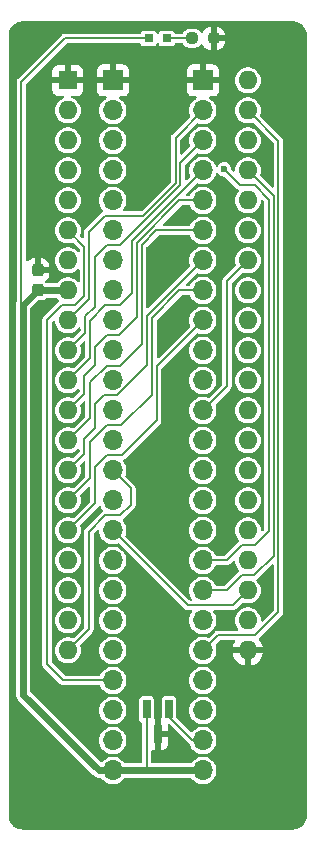
<source format=gbr>
G04 #@! TF.GenerationSoftware,KiCad,Pcbnew,7.0.11+dfsg-1build4*
G04 #@! TF.CreationDate,2024-12-04T12:20:06+09:00*
G04 #@! TF.ProjectId,bionic-mc6800,62696f6e-6963-42d6-9d63-363830302e6b,5*
G04 #@! TF.SameCoordinates,Original*
G04 #@! TF.FileFunction,Copper,L1,Top*
G04 #@! TF.FilePolarity,Positive*
%FSLAX46Y46*%
G04 Gerber Fmt 4.6, Leading zero omitted, Abs format (unit mm)*
G04 Created by KiCad (PCBNEW 7.0.11+dfsg-1build4) date 2024-12-04 12:20:06*
%MOMM*%
%LPD*%
G01*
G04 APERTURE LIST*
G04 Aperture macros list*
%AMRoundRect*
0 Rectangle with rounded corners*
0 $1 Rounding radius*
0 $2 $3 $4 $5 $6 $7 $8 $9 X,Y pos of 4 corners*
0 Add a 4 corners polygon primitive as box body*
4,1,4,$2,$3,$4,$5,$6,$7,$8,$9,$2,$3,0*
0 Add four circle primitives for the rounded corners*
1,1,$1+$1,$2,$3*
1,1,$1+$1,$4,$5*
1,1,$1+$1,$6,$7*
1,1,$1+$1,$8,$9*
0 Add four rect primitives between the rounded corners*
20,1,$1+$1,$2,$3,$4,$5,0*
20,1,$1+$1,$4,$5,$6,$7,0*
20,1,$1+$1,$6,$7,$8,$9,0*
20,1,$1+$1,$8,$9,$2,$3,0*%
G04 Aperture macros list end*
G04 #@! TA.AperFunction,SMDPad,CuDef*
%ADD10RoundRect,0.237500X-0.250000X-0.237500X0.250000X-0.237500X0.250000X0.237500X-0.250000X0.237500X0*%
G04 #@! TD*
G04 #@! TA.AperFunction,SMDPad,CuDef*
%ADD11R,0.660400X1.625600*%
G04 #@! TD*
G04 #@! TA.AperFunction,ComponentPad*
%ADD12R,1.600000X1.600000*%
G04 #@! TD*
G04 #@! TA.AperFunction,ComponentPad*
%ADD13O,1.600000X1.600000*%
G04 #@! TD*
G04 #@! TA.AperFunction,SMDPad,CuDef*
%ADD14R,0.762000X0.711200*%
G04 #@! TD*
G04 #@! TA.AperFunction,SMDPad,CuDef*
%ADD15RoundRect,0.237500X0.237500X-0.300000X0.237500X0.300000X-0.237500X0.300000X-0.237500X-0.300000X0*%
G04 #@! TD*
G04 #@! TA.AperFunction,ComponentPad*
%ADD16O,1.700000X1.700000*%
G04 #@! TD*
G04 #@! TA.AperFunction,ComponentPad*
%ADD17R,1.700000X1.700000*%
G04 #@! TD*
G04 #@! TA.AperFunction,ViaPad*
%ADD18C,0.600000*%
G04 #@! TD*
G04 #@! TA.AperFunction,Conductor*
%ADD19C,0.600000*%
G04 #@! TD*
G04 #@! TA.AperFunction,Conductor*
%ADD20C,0.200000*%
G04 #@! TD*
G04 #@! TA.AperFunction,Conductor*
%ADD21C,0.800000*%
G04 #@! TD*
G04 APERTURE END LIST*
D10*
X116597500Y-71524000D03*
X118422500Y-71524000D03*
D11*
X114650001Y-128320000D03*
X112749999Y-128320000D03*
X113700000Y-130452000D03*
D12*
X106080000Y-75080000D03*
D13*
X106080000Y-77620000D03*
X106080000Y-80160000D03*
X106080000Y-82700000D03*
X106080000Y-85240000D03*
X106080000Y-87780000D03*
X106080000Y-90320000D03*
X106080000Y-92860000D03*
X106080000Y-95400000D03*
X106080000Y-97940000D03*
X106080000Y-100480000D03*
X106080000Y-103020000D03*
X106080000Y-105560000D03*
X106080000Y-108100000D03*
X106080000Y-110640000D03*
X106080000Y-113180000D03*
X106080000Y-115720000D03*
X106080000Y-118260000D03*
X106080000Y-120800000D03*
X106080000Y-123340000D03*
X121320000Y-123340000D03*
X121320000Y-120800000D03*
X121320000Y-118260000D03*
X121320000Y-115720000D03*
X121320000Y-113180000D03*
X121320000Y-110640000D03*
X121320000Y-108100000D03*
X121320000Y-105560000D03*
X121320000Y-103020000D03*
X121320000Y-100480000D03*
X121320000Y-97940000D03*
X121320000Y-95400000D03*
X121320000Y-92860000D03*
X121320000Y-90320000D03*
X121320000Y-87780000D03*
X121320000Y-85240000D03*
X121320000Y-82700000D03*
X121320000Y-80160000D03*
X121320000Y-77620000D03*
X121320000Y-75080000D03*
D14*
X114462000Y-71524000D03*
X112912600Y-71524000D03*
D15*
X103540000Y-92858900D03*
X103540000Y-91133900D03*
D16*
X117510000Y-133500000D03*
X117510000Y-130960000D03*
X117510000Y-128420000D03*
X117510000Y-125880000D03*
X117510000Y-123340000D03*
X117510000Y-120800000D03*
X117510000Y-118260000D03*
X117510000Y-115720000D03*
X117510000Y-113180000D03*
X117510000Y-110640000D03*
X117510000Y-108100000D03*
X117510000Y-105560000D03*
X117510000Y-103020000D03*
X117510000Y-100480000D03*
X117510000Y-97940000D03*
X117510000Y-95400000D03*
X117510000Y-92860000D03*
X117510000Y-90320000D03*
X117510000Y-87780000D03*
X117510000Y-85240000D03*
X117510000Y-82700000D03*
X117510000Y-80160000D03*
X117510000Y-77620000D03*
D17*
X117510000Y-75080000D03*
X109890000Y-75080000D03*
D16*
X109890000Y-77620000D03*
X109890000Y-80160000D03*
X109890000Y-82700000D03*
X109890000Y-85240000D03*
X109890000Y-87780000D03*
X109890000Y-90320000D03*
X109890000Y-92860000D03*
X109890000Y-95400000D03*
X109890000Y-97940000D03*
X109890000Y-100480000D03*
X109890000Y-103020000D03*
X109890000Y-105560000D03*
X109890000Y-108100000D03*
X109890000Y-110640000D03*
X109890000Y-113180000D03*
X109890000Y-115720000D03*
X109890000Y-118260000D03*
X109890000Y-120800000D03*
X109890000Y-123340000D03*
X109890000Y-125880000D03*
X109890000Y-128420000D03*
X109890000Y-130960000D03*
X109890000Y-133500000D03*
D18*
X113573000Y-108100000D03*
X115732000Y-89050000D03*
X103540000Y-104036000D03*
X112303000Y-116990000D03*
X106461000Y-128420000D03*
X103286000Y-122070000D03*
X122336000Y-89050000D03*
X112176000Y-82827000D03*
X104810000Y-133500000D03*
X113827000Y-122451000D03*
X105064000Y-106830000D03*
X113700000Y-134897000D03*
X107985000Y-81176000D03*
X125130000Y-123340000D03*
X103540000Y-89558000D03*
X113700000Y-132230000D03*
X114081000Y-114196000D03*
X114970000Y-100099000D03*
X119323000Y-82608000D03*
D19*
X112811000Y-133500000D02*
X117510000Y-133500000D01*
X109890000Y-133500000D02*
X112811000Y-133500000D01*
D20*
X102143000Y-75207000D02*
X105826000Y-71524000D01*
X103286000Y-92707900D02*
X103286000Y-92706500D01*
X105826000Y-71524000D02*
X112912600Y-71524000D01*
D19*
X108687919Y-133500000D02*
X102270000Y-127082081D01*
D20*
X105446500Y-92860000D02*
X106080000Y-92860000D01*
D19*
X102270000Y-94130000D02*
X103540000Y-92860000D01*
X109890000Y-133500000D02*
X108687919Y-133500000D01*
D20*
X102270000Y-94130000D02*
X102143000Y-94003000D01*
D19*
X103540000Y-92858900D02*
X106078900Y-92858900D01*
D21*
X106078900Y-92858900D02*
X106080000Y-92860000D01*
D20*
X103133900Y-92860000D02*
X103286000Y-92707900D01*
X102143000Y-94003000D02*
X102143000Y-75207000D01*
D19*
X103540000Y-92860000D02*
X103540000Y-92858900D01*
D20*
X112749999Y-133438999D02*
X112811000Y-133500000D01*
X112749999Y-128320000D02*
X112749999Y-133438999D01*
D19*
X102270000Y-127082081D02*
X102270000Y-94130000D01*
D20*
X113211000Y-101674700D02*
X113211000Y-95184686D01*
X106080000Y-110640000D02*
X107966000Y-108754000D01*
X109382000Y-104290000D02*
X110595700Y-104290000D01*
X107966000Y-108754000D02*
X107966000Y-105706000D01*
X110595700Y-104290000D02*
X113211000Y-101674700D01*
X113211000Y-95184686D02*
X115535686Y-92860000D01*
X115535686Y-92860000D02*
X117510000Y-92860000D01*
X107966000Y-105706000D02*
X109382000Y-104290000D01*
X116597500Y-71524000D02*
X114462000Y-71524000D01*
X113611000Y-99299000D02*
X113611000Y-103871000D01*
X113611000Y-103871000D02*
X110652000Y-106830000D01*
X110652000Y-106830000D02*
X109382000Y-106830000D01*
X108366000Y-107846000D02*
X108366000Y-110894000D01*
X117510000Y-95400000D02*
X113611000Y-99299000D01*
X109382000Y-106830000D02*
X108366000Y-107846000D01*
X108366000Y-110894000D02*
X106080000Y-113180000D01*
X120812000Y-116990000D02*
X121828000Y-116990000D01*
X117510000Y-118260000D02*
X119542000Y-118260000D01*
X123498000Y-115320000D02*
X123498000Y-84878000D01*
X123498000Y-84878000D02*
X121320000Y-82700000D01*
X119542000Y-118260000D02*
X120812000Y-116990000D01*
X121828000Y-116990000D02*
X123498000Y-115320000D01*
X119542000Y-115720000D02*
X117510000Y-115720000D01*
X120812000Y-114450000D02*
X119542000Y-115720000D01*
X123098000Y-113269000D02*
X121917000Y-114450000D01*
X120685000Y-83970000D02*
X121891500Y-83970000D01*
X123098000Y-85176500D02*
X123098000Y-113269000D01*
X119323000Y-82608000D02*
X120685000Y-83970000D01*
X121891500Y-83970000D02*
X123098000Y-85176500D01*
X121917000Y-114450000D02*
X120812000Y-114450000D01*
X107477000Y-106703000D02*
X107477000Y-105433000D01*
X109161400Y-101716600D02*
X110282500Y-101716600D01*
X107477000Y-105433000D02*
X108366000Y-104544000D01*
X106080000Y-108100000D02*
X107477000Y-106703000D01*
X108366000Y-104544000D02*
X108366000Y-102512000D01*
X108366000Y-102512000D02*
X109161400Y-101716600D01*
X112811000Y-99188100D02*
X112811000Y-95019000D01*
X112811000Y-95019000D02*
X117510000Y-90320000D01*
X110282500Y-101716600D02*
X112811000Y-99188100D01*
X117510000Y-87780000D02*
X113573000Y-87780000D01*
X107966000Y-103674000D02*
X106080000Y-105560000D01*
X107966000Y-100626000D02*
X107966000Y-103674000D01*
X109373800Y-99218200D02*
X107966000Y-100626000D01*
X112341000Y-97394000D02*
X110516800Y-99218200D01*
X110516800Y-99218200D02*
X109373800Y-99218200D01*
X112341000Y-89012000D02*
X112341000Y-97394000D01*
X113573000Y-87780000D02*
X112341000Y-89012000D01*
X108366000Y-99210000D02*
X107477000Y-100099000D01*
X107477000Y-101623000D02*
X106080000Y-103020000D01*
X110398000Y-96670000D02*
X109382000Y-96670000D01*
X111941000Y-95127000D02*
X110398000Y-96670000D01*
X111941000Y-88834686D02*
X111941000Y-95127000D01*
X117510000Y-85240000D02*
X115535686Y-85240000D01*
X108366000Y-97686000D02*
X108366000Y-99210000D01*
X115535686Y-85240000D02*
X111941000Y-88834686D01*
X109382000Y-96670000D02*
X108366000Y-97686000D01*
X107477000Y-100099000D02*
X107477000Y-101623000D01*
X111541000Y-88669000D02*
X117510000Y-82700000D01*
X107966000Y-98594000D02*
X107966000Y-95419000D01*
X109255000Y-94130000D02*
X110525000Y-94130000D01*
X110525000Y-94130000D02*
X111541000Y-93114000D01*
X106080000Y-100480000D02*
X107966000Y-98594000D01*
X107966000Y-95419000D02*
X109255000Y-94130000D01*
X111541000Y-93114000D02*
X111541000Y-88669000D01*
X107566000Y-95057000D02*
X107566000Y-96454000D01*
X117510000Y-80160000D02*
X115605000Y-82065000D01*
X108366000Y-94257000D02*
X107566000Y-95057000D01*
X108366000Y-90066000D02*
X108366000Y-94257000D01*
X107566000Y-96454000D02*
X106080000Y-97940000D01*
X115605000Y-83970000D02*
X110525000Y-89050000D01*
X109382000Y-89050000D02*
X108366000Y-90066000D01*
X110525000Y-89050000D02*
X109382000Y-89050000D01*
X115605000Y-82065000D02*
X115605000Y-83970000D01*
X107877000Y-89011315D02*
X107877000Y-93603000D01*
X117510000Y-77620000D02*
X115205000Y-79925000D01*
X115205000Y-79925000D02*
X115205000Y-83804314D01*
X107858000Y-88992314D02*
X107877000Y-89011315D01*
X115205000Y-83804314D02*
X112481173Y-86528141D01*
X107858000Y-87907000D02*
X107858000Y-88992314D01*
X112481173Y-86528141D02*
X109236859Y-86528141D01*
X107877000Y-93603000D02*
X106080000Y-95400000D01*
X109236859Y-86528141D02*
X107858000Y-87907000D01*
X116240000Y-119530000D02*
X120050000Y-119530000D01*
X120050000Y-119530000D02*
X121320000Y-118260000D01*
X109890000Y-113180000D02*
X116240000Y-119530000D01*
X117510000Y-103020000D02*
X119542000Y-100988000D01*
X119542000Y-92098000D02*
X121320000Y-90320000D01*
X119542000Y-100988000D02*
X119542000Y-92098000D01*
X107477000Y-89177000D02*
X107477000Y-93368000D01*
X104302000Y-95400000D02*
X104302000Y-124483000D01*
X104302000Y-124483000D02*
X105699000Y-125880000D01*
X107477000Y-93368000D02*
X106715000Y-94130000D01*
X105572000Y-94130000D02*
X104302000Y-95400000D01*
X105699000Y-125880000D02*
X109890000Y-125880000D01*
X106715000Y-94130000D02*
X105572000Y-94130000D01*
X106080000Y-87780000D02*
X107477000Y-89177000D01*
X107858000Y-113307000D02*
X107858000Y-121562000D01*
X111414000Y-109624000D02*
X111414000Y-111021000D01*
X109890000Y-108100000D02*
X111414000Y-109624000D01*
X110525000Y-111910000D02*
X109255000Y-111910000D01*
X109255000Y-111910000D02*
X107858000Y-113307000D01*
X107858000Y-121562000D02*
X106080000Y-123340000D01*
X111414000Y-111021000D02*
X110525000Y-111910000D01*
X123898000Y-80198000D02*
X121320000Y-77620000D01*
X118780000Y-122070000D02*
X121955000Y-122070000D01*
X123898000Y-120127000D02*
X123898000Y-80198000D01*
X121955000Y-122070000D02*
X123898000Y-120127000D01*
X117510000Y-123340000D02*
X118780000Y-122070000D01*
X114650001Y-128320000D02*
X114650001Y-128989001D01*
X116621000Y-130960000D02*
X117510000Y-130960000D01*
X114650001Y-128989001D02*
X116621000Y-130960000D01*
G04 #@! TA.AperFunction,Conductor*
G36*
X118783892Y-82900360D02*
G01*
X118807242Y-82922281D01*
X118894718Y-83036282D01*
X119020159Y-83132536D01*
X119166238Y-83193044D01*
X119323000Y-83213682D01*
X119329433Y-83214529D01*
X119329205Y-83216256D01*
X119379472Y-83232589D01*
X119391285Y-83242678D01*
X120424091Y-84275484D01*
X120424094Y-84275486D01*
X120424093Y-84275486D01*
X120446656Y-84298048D01*
X120446658Y-84298050D01*
X120468147Y-84308999D01*
X120481391Y-84317115D01*
X120504106Y-84333618D01*
X120540070Y-84383117D01*
X120540071Y-84444303D01*
X120512617Y-84486868D01*
X120503239Y-84495417D01*
X120380328Y-84658177D01*
X120380323Y-84658186D01*
X120298450Y-84822611D01*
X120289418Y-84840750D01*
X120233603Y-85036917D01*
X120214785Y-85240000D01*
X120233603Y-85443083D01*
X120289418Y-85639250D01*
X120380327Y-85821821D01*
X120503236Y-85984579D01*
X120653959Y-86121981D01*
X120827363Y-86229348D01*
X121017544Y-86303024D01*
X121218024Y-86340500D01*
X121421976Y-86340500D01*
X121622456Y-86303024D01*
X121812637Y-86229348D01*
X121986041Y-86121981D01*
X122136764Y-85984579D01*
X122259673Y-85821821D01*
X122350582Y-85639250D01*
X122406397Y-85443083D01*
X122420164Y-85294504D01*
X122444359Y-85238310D01*
X122496966Y-85207066D01*
X122557890Y-85212712D01*
X122588745Y-85233638D01*
X122668504Y-85313397D01*
X122696281Y-85367914D01*
X122697500Y-85383401D01*
X122697500Y-113062099D01*
X122678593Y-113120290D01*
X122668504Y-113132103D01*
X122590908Y-113209699D01*
X122536391Y-113237476D01*
X122475959Y-113227905D01*
X122432694Y-113184640D01*
X122422326Y-113148832D01*
X122406397Y-112976917D01*
X122350582Y-112780750D01*
X122259673Y-112598179D01*
X122136764Y-112435421D01*
X121986041Y-112298019D01*
X121812637Y-112190652D01*
X121622456Y-112116976D01*
X121622455Y-112116975D01*
X121622453Y-112116975D01*
X121421976Y-112079500D01*
X121218024Y-112079500D01*
X121017546Y-112116975D01*
X121017541Y-112116977D01*
X120827363Y-112190652D01*
X120718676Y-112257948D01*
X120653959Y-112298019D01*
X120503237Y-112435420D01*
X120380328Y-112598177D01*
X120380323Y-112598186D01*
X120298450Y-112762611D01*
X120289418Y-112780750D01*
X120233603Y-112976917D01*
X120214785Y-113180000D01*
X120233603Y-113383083D01*
X120289418Y-113579250D01*
X120380327Y-113761821D01*
X120503236Y-113924579D01*
X120503238Y-113924581D01*
X120503239Y-113924582D01*
X120566700Y-113982435D01*
X120596966Y-114035610D01*
X120590195Y-114096420D01*
X120570008Y-114125600D01*
X120551091Y-114144517D01*
X119405103Y-115290504D01*
X119350586Y-115318281D01*
X119335099Y-115319500D01*
X118657113Y-115319500D01*
X118598922Y-115300593D01*
X118568492Y-115264628D01*
X118522015Y-115171289D01*
X118492366Y-115111745D01*
X118363872Y-114941593D01*
X118309623Y-114892139D01*
X118206307Y-114797952D01*
X118206300Y-114797946D01*
X118025024Y-114685705D01*
X118025019Y-114685702D01*
X117826195Y-114608678D01*
X117616610Y-114569500D01*
X117403390Y-114569500D01*
X117193804Y-114608678D01*
X116994980Y-114685702D01*
X116994975Y-114685705D01*
X116813699Y-114797946D01*
X116813692Y-114797952D01*
X116656135Y-114941586D01*
X116656131Y-114941589D01*
X116656128Y-114941593D01*
X116656125Y-114941597D01*
X116527635Y-115111743D01*
X116527630Y-115111752D01*
X116432596Y-115302608D01*
X116432595Y-115302611D01*
X116427790Y-115319500D01*
X116374244Y-115507688D01*
X116354571Y-115720000D01*
X116359366Y-115771753D01*
X116374244Y-115932310D01*
X116432595Y-116137389D01*
X116527634Y-116328255D01*
X116656128Y-116498407D01*
X116726734Y-116562773D01*
X116813692Y-116642047D01*
X116813699Y-116642053D01*
X116822435Y-116647462D01*
X116994981Y-116754298D01*
X117193802Y-116831321D01*
X117403390Y-116870500D01*
X117616610Y-116870500D01*
X117826198Y-116831321D01*
X118025019Y-116754298D01*
X118206302Y-116642052D01*
X118363872Y-116498407D01*
X118492366Y-116328255D01*
X118568492Y-116175372D01*
X118611354Y-116131710D01*
X118657113Y-116120500D01*
X119605432Y-116120500D01*
X119605433Y-116120500D01*
X119628382Y-116113043D01*
X119643465Y-116109421D01*
X119667304Y-116105646D01*
X119688802Y-116094690D01*
X119703151Y-116088748D01*
X119726090Y-116081296D01*
X119745612Y-116067111D01*
X119758849Y-116059000D01*
X119780342Y-116048050D01*
X119797260Y-116031130D01*
X119797272Y-116031121D01*
X119905311Y-115923082D01*
X120056639Y-115771752D01*
X120111156Y-115743975D01*
X120171588Y-115753546D01*
X120214852Y-115796811D01*
X120225220Y-115832619D01*
X120233603Y-115923083D01*
X120289418Y-116119250D01*
X120380327Y-116301821D01*
X120503236Y-116464579D01*
X120503238Y-116464581D01*
X120503239Y-116464582D01*
X120566700Y-116522435D01*
X120596966Y-116575610D01*
X120590195Y-116636420D01*
X120570008Y-116665600D01*
X120551091Y-116684517D01*
X119405103Y-117830504D01*
X119350586Y-117858281D01*
X119335099Y-117859500D01*
X118657113Y-117859500D01*
X118598922Y-117840593D01*
X118568492Y-117804628D01*
X118492369Y-117651752D01*
X118492366Y-117651745D01*
X118363872Y-117481593D01*
X118279184Y-117404389D01*
X118206307Y-117337952D01*
X118206300Y-117337946D01*
X118025024Y-117225705D01*
X118025019Y-117225702D01*
X117826195Y-117148678D01*
X117616610Y-117109500D01*
X117403390Y-117109500D01*
X117193804Y-117148678D01*
X116994980Y-117225702D01*
X116994975Y-117225705D01*
X116813699Y-117337946D01*
X116813692Y-117337952D01*
X116656135Y-117481586D01*
X116656131Y-117481589D01*
X116656128Y-117481593D01*
X116656125Y-117481597D01*
X116527635Y-117651743D01*
X116527630Y-117651752D01*
X116432596Y-117842608D01*
X116432595Y-117842611D01*
X116427790Y-117859500D01*
X116374244Y-118047688D01*
X116354571Y-118260000D01*
X116359366Y-118311753D01*
X116374244Y-118472310D01*
X116430979Y-118671710D01*
X116432596Y-118677391D01*
X116527630Y-118868247D01*
X116527635Y-118868256D01*
X116605103Y-118970839D01*
X116625082Y-119028670D01*
X116607253Y-119087201D01*
X116558427Y-119124073D01*
X116526099Y-119129500D01*
X116446900Y-119129500D01*
X116388709Y-119110593D01*
X116376896Y-119100504D01*
X110986650Y-113710257D01*
X110958873Y-113655740D01*
X110967111Y-113602182D01*
X110965752Y-113601656D01*
X110967400Y-113597398D01*
X110967405Y-113597389D01*
X111025756Y-113392310D01*
X111045429Y-113180000D01*
X116354571Y-113180000D01*
X116374244Y-113392311D01*
X116388922Y-113443897D01*
X116432595Y-113597389D01*
X116527634Y-113788255D01*
X116656128Y-113958407D01*
X116687153Y-113986690D01*
X116813692Y-114102047D01*
X116813699Y-114102053D01*
X116822435Y-114107462D01*
X116994981Y-114214298D01*
X117193802Y-114291321D01*
X117403390Y-114330500D01*
X117616610Y-114330500D01*
X117826198Y-114291321D01*
X118025019Y-114214298D01*
X118206302Y-114102052D01*
X118363872Y-113958407D01*
X118492366Y-113788255D01*
X118587405Y-113597389D01*
X118645756Y-113392310D01*
X118665429Y-113180000D01*
X118645756Y-112967690D01*
X118587405Y-112762611D01*
X118492366Y-112571745D01*
X118363872Y-112401593D01*
X118251007Y-112298702D01*
X118206307Y-112257952D01*
X118206300Y-112257946D01*
X118025024Y-112145705D01*
X118025019Y-112145702D01*
X117973078Y-112125580D01*
X117826198Y-112068679D01*
X117826197Y-112068678D01*
X117826195Y-112068678D01*
X117616610Y-112029500D01*
X117403390Y-112029500D01*
X117193804Y-112068678D01*
X116994980Y-112145702D01*
X116994975Y-112145705D01*
X116813699Y-112257946D01*
X116813692Y-112257952D01*
X116656135Y-112401586D01*
X116656131Y-112401589D01*
X116656128Y-112401593D01*
X116656125Y-112401597D01*
X116527635Y-112571743D01*
X116527630Y-112571752D01*
X116432596Y-112762608D01*
X116374244Y-112967688D01*
X116354571Y-113180000D01*
X111045429Y-113180000D01*
X111025756Y-112967690D01*
X110967405Y-112762611D01*
X110872366Y-112571745D01*
X110743872Y-112401593D01*
X110743869Y-112401590D01*
X110741524Y-112399452D01*
X110740865Y-112398295D01*
X110740788Y-112398210D01*
X110740807Y-112398192D01*
X110711260Y-112346275D01*
X110718032Y-112285466D01*
X110757056Y-112242661D01*
X110757035Y-112242633D01*
X110757175Y-112242531D01*
X110759254Y-112240251D01*
X110763254Y-112238094D01*
X110763342Y-112238050D01*
X110780261Y-112221129D01*
X110780265Y-112221127D01*
X110785907Y-112215485D01*
X110785909Y-112215484D01*
X111719484Y-111281909D01*
X111719485Y-111281907D01*
X111725127Y-111276265D01*
X111725129Y-111276261D01*
X111742050Y-111259342D01*
X111753004Y-111237841D01*
X111761110Y-111224613D01*
X111775296Y-111205089D01*
X111782750Y-111182146D01*
X111788691Y-111167802D01*
X111799646Y-111146304D01*
X111803421Y-111122467D01*
X111807046Y-111107371D01*
X111808172Y-111103907D01*
X111814500Y-111084433D01*
X111814500Y-110957567D01*
X111814500Y-110640000D01*
X116354571Y-110640000D01*
X116374244Y-110852310D01*
X116432595Y-111057389D01*
X116527634Y-111248255D01*
X116656128Y-111418407D01*
X116659850Y-111421800D01*
X116813692Y-111562047D01*
X116813699Y-111562053D01*
X116882281Y-111604517D01*
X116994981Y-111674298D01*
X117193802Y-111751321D01*
X117403390Y-111790500D01*
X117616610Y-111790500D01*
X117826198Y-111751321D01*
X118025019Y-111674298D01*
X118206302Y-111562052D01*
X118363872Y-111418407D01*
X118492366Y-111248255D01*
X118587405Y-111057389D01*
X118645756Y-110852310D01*
X118665429Y-110640000D01*
X120214785Y-110640000D01*
X120233603Y-110843083D01*
X120257058Y-110925519D01*
X120289419Y-111039252D01*
X120371995Y-111205089D01*
X120380327Y-111221821D01*
X120503236Y-111384579D01*
X120653959Y-111521981D01*
X120827363Y-111629348D01*
X121017544Y-111703024D01*
X121218024Y-111740500D01*
X121421976Y-111740500D01*
X121622456Y-111703024D01*
X121812637Y-111629348D01*
X121986041Y-111521981D01*
X122136764Y-111384579D01*
X122259673Y-111221821D01*
X122350582Y-111039250D01*
X122406397Y-110843083D01*
X122425215Y-110640000D01*
X122406397Y-110436917D01*
X122350582Y-110240750D01*
X122259673Y-110058179D01*
X122136764Y-109895421D01*
X121986041Y-109758019D01*
X121812637Y-109650652D01*
X121622456Y-109576976D01*
X121622455Y-109576975D01*
X121622453Y-109576975D01*
X121421976Y-109539500D01*
X121218024Y-109539500D01*
X121017546Y-109576975D01*
X120947632Y-109604059D01*
X120827363Y-109650652D01*
X120718676Y-109717948D01*
X120653959Y-109758019D01*
X120503237Y-109895420D01*
X120380328Y-110058177D01*
X120380323Y-110058186D01*
X120298450Y-110222611D01*
X120289418Y-110240750D01*
X120233603Y-110436917D01*
X120214785Y-110640000D01*
X118665429Y-110640000D01*
X118645756Y-110427690D01*
X118587405Y-110222611D01*
X118492366Y-110031745D01*
X118363872Y-109861593D01*
X118285220Y-109789892D01*
X118206307Y-109717952D01*
X118206300Y-109717946D01*
X118025024Y-109605705D01*
X118025019Y-109605702D01*
X117973078Y-109585580D01*
X117826198Y-109528679D01*
X117826197Y-109528678D01*
X117826195Y-109528678D01*
X117616610Y-109489500D01*
X117403390Y-109489500D01*
X117193804Y-109528678D01*
X116994980Y-109605702D01*
X116994975Y-109605705D01*
X116813699Y-109717946D01*
X116813692Y-109717952D01*
X116656135Y-109861586D01*
X116656131Y-109861589D01*
X116656128Y-109861593D01*
X116656125Y-109861597D01*
X116527635Y-110031743D01*
X116527630Y-110031752D01*
X116432596Y-110222608D01*
X116374244Y-110427688D01*
X116374244Y-110427690D01*
X116354571Y-110640000D01*
X111814500Y-110640000D01*
X111814500Y-109592481D01*
X111814500Y-109588983D01*
X111814499Y-109588953D01*
X111814499Y-109560567D01*
X111814498Y-109560565D01*
X111807047Y-109537633D01*
X111803419Y-109522523D01*
X111799646Y-109498697D01*
X111799646Y-109498696D01*
X111788690Y-109477195D01*
X111782750Y-109462852D01*
X111775297Y-109439913D01*
X111775296Y-109439912D01*
X111775296Y-109439910D01*
X111761117Y-109420395D01*
X111753000Y-109407149D01*
X111742050Y-109385658D01*
X111742049Y-109385657D01*
X111652342Y-109295949D01*
X111652342Y-109295950D01*
X110986650Y-108630257D01*
X110958873Y-108575740D01*
X110967111Y-108522182D01*
X110965752Y-108521656D01*
X110967400Y-108517398D01*
X110967405Y-108517389D01*
X111025756Y-108312310D01*
X111045429Y-108100000D01*
X116354571Y-108100000D01*
X116374244Y-108312310D01*
X116432595Y-108517389D01*
X116527634Y-108708255D01*
X116656128Y-108878407D01*
X116656135Y-108878413D01*
X116813692Y-109022047D01*
X116813699Y-109022053D01*
X116917389Y-109086255D01*
X116994981Y-109134298D01*
X117193802Y-109211321D01*
X117403390Y-109250500D01*
X117616610Y-109250500D01*
X117826198Y-109211321D01*
X118025019Y-109134298D01*
X118206302Y-109022052D01*
X118363872Y-108878407D01*
X118492366Y-108708255D01*
X118587405Y-108517389D01*
X118645756Y-108312310D01*
X118665429Y-108100000D01*
X120214785Y-108100000D01*
X120233603Y-108303083D01*
X120289418Y-108499250D01*
X120380327Y-108681821D01*
X120503236Y-108844579D01*
X120653959Y-108981981D01*
X120827363Y-109089348D01*
X121017544Y-109163024D01*
X121218024Y-109200500D01*
X121421976Y-109200500D01*
X121622456Y-109163024D01*
X121812637Y-109089348D01*
X121986041Y-108981981D01*
X122136764Y-108844579D01*
X122259673Y-108681821D01*
X122350582Y-108499250D01*
X122406397Y-108303083D01*
X122425215Y-108100000D01*
X122406397Y-107896917D01*
X122350582Y-107700750D01*
X122259673Y-107518179D01*
X122136764Y-107355421D01*
X121986041Y-107218019D01*
X121812637Y-107110652D01*
X121622456Y-107036976D01*
X121622455Y-107036975D01*
X121622453Y-107036975D01*
X121421976Y-106999500D01*
X121218024Y-106999500D01*
X121017546Y-107036975D01*
X120995334Y-107045580D01*
X120827363Y-107110652D01*
X120697120Y-107191295D01*
X120653959Y-107218019D01*
X120503237Y-107355420D01*
X120380328Y-107518177D01*
X120380323Y-107518186D01*
X120298450Y-107682611D01*
X120289418Y-107700750D01*
X120233603Y-107896917D01*
X120214785Y-108100000D01*
X118665429Y-108100000D01*
X118645756Y-107887690D01*
X118587405Y-107682611D01*
X118492366Y-107491745D01*
X118363872Y-107321593D01*
X118309623Y-107272139D01*
X118206307Y-107177952D01*
X118206300Y-107177946D01*
X118025024Y-107065705D01*
X118025019Y-107065702D01*
X117826195Y-106988678D01*
X117616610Y-106949500D01*
X117403390Y-106949500D01*
X117193804Y-106988678D01*
X116994980Y-107065702D01*
X116994975Y-107065705D01*
X116813699Y-107177946D01*
X116813692Y-107177952D01*
X116656135Y-107321586D01*
X116656131Y-107321589D01*
X116656128Y-107321593D01*
X116656125Y-107321597D01*
X116527635Y-107491743D01*
X116527630Y-107491752D01*
X116432596Y-107682608D01*
X116374244Y-107887688D01*
X116374244Y-107887690D01*
X116354571Y-108100000D01*
X111045429Y-108100000D01*
X111025756Y-107887690D01*
X110967405Y-107682611D01*
X110872366Y-107491745D01*
X110818111Y-107419900D01*
X110766764Y-107351906D01*
X110746784Y-107294075D01*
X110764612Y-107235545D01*
X110813439Y-107198672D01*
X110815046Y-107198132D01*
X110836090Y-107191296D01*
X110855612Y-107177111D01*
X110868849Y-107169000D01*
X110890342Y-107158050D01*
X110907261Y-107141129D01*
X110907265Y-107141127D01*
X110912907Y-107135485D01*
X110912909Y-107135484D01*
X112488393Y-105560000D01*
X116354571Y-105560000D01*
X116374244Y-105772310D01*
X116432595Y-105977389D01*
X116527634Y-106168255D01*
X116656128Y-106338407D01*
X116656135Y-106338413D01*
X116813692Y-106482047D01*
X116813699Y-106482053D01*
X116902615Y-106537107D01*
X116994981Y-106594298D01*
X117193802Y-106671321D01*
X117403390Y-106710500D01*
X117616610Y-106710500D01*
X117826198Y-106671321D01*
X118025019Y-106594298D01*
X118206302Y-106482052D01*
X118363872Y-106338407D01*
X118492366Y-106168255D01*
X118587405Y-105977389D01*
X118645756Y-105772310D01*
X118665429Y-105560000D01*
X120214785Y-105560000D01*
X120233603Y-105763083D01*
X120289418Y-105959250D01*
X120380327Y-106141821D01*
X120503236Y-106304579D01*
X120653959Y-106441981D01*
X120827363Y-106549348D01*
X121017544Y-106623024D01*
X121218024Y-106660500D01*
X121421976Y-106660500D01*
X121622456Y-106623024D01*
X121812637Y-106549348D01*
X121986041Y-106441981D01*
X122136764Y-106304579D01*
X122259673Y-106141821D01*
X122350582Y-105959250D01*
X122406397Y-105763083D01*
X122425215Y-105560000D01*
X122406397Y-105356917D01*
X122350582Y-105160750D01*
X122259673Y-104978179D01*
X122136764Y-104815421D01*
X121986041Y-104678019D01*
X121812637Y-104570652D01*
X121622456Y-104496976D01*
X121622455Y-104496975D01*
X121622453Y-104496975D01*
X121421976Y-104459500D01*
X121218024Y-104459500D01*
X121017546Y-104496975D01*
X121017541Y-104496977D01*
X120827363Y-104570652D01*
X120718676Y-104637948D01*
X120653959Y-104678019D01*
X120503237Y-104815420D01*
X120380328Y-104978177D01*
X120380323Y-104978186D01*
X120298450Y-105142611D01*
X120289418Y-105160750D01*
X120233603Y-105356917D01*
X120214785Y-105560000D01*
X118665429Y-105560000D01*
X118645756Y-105347690D01*
X118587405Y-105142611D01*
X118492366Y-104951745D01*
X118363872Y-104781593D01*
X118309623Y-104732139D01*
X118206307Y-104637952D01*
X118206300Y-104637946D01*
X118025024Y-104525705D01*
X118025019Y-104525702D01*
X117973078Y-104505580D01*
X117826198Y-104448679D01*
X117826197Y-104448678D01*
X117826195Y-104448678D01*
X117616610Y-104409500D01*
X117403390Y-104409500D01*
X117193804Y-104448678D01*
X116994980Y-104525702D01*
X116994975Y-104525705D01*
X116813699Y-104637946D01*
X116813692Y-104637952D01*
X116656135Y-104781586D01*
X116656131Y-104781589D01*
X116656128Y-104781593D01*
X116656125Y-104781597D01*
X116527635Y-104951743D01*
X116527630Y-104951752D01*
X116432596Y-105142608D01*
X116374244Y-105347688D01*
X116374244Y-105347690D01*
X116354571Y-105560000D01*
X112488393Y-105560000D01*
X113916484Y-104131909D01*
X113916485Y-104131907D01*
X113922127Y-104126265D01*
X113922129Y-104126261D01*
X113939050Y-104109342D01*
X113950000Y-104087849D01*
X113958111Y-104074612D01*
X113972296Y-104055090D01*
X113979748Y-104032151D01*
X113985690Y-104017802D01*
X113996646Y-103996304D01*
X114000421Y-103972465D01*
X114004043Y-103957382D01*
X114011500Y-103934433D01*
X114011500Y-103807567D01*
X114011500Y-103020000D01*
X116354571Y-103020000D01*
X116374244Y-103232310D01*
X116432595Y-103437389D01*
X116527634Y-103628255D01*
X116656128Y-103798407D01*
X116656135Y-103798413D01*
X116813692Y-103942047D01*
X116813699Y-103942053D01*
X116822435Y-103947462D01*
X116994981Y-104054298D01*
X117193802Y-104131321D01*
X117403390Y-104170500D01*
X117616610Y-104170500D01*
X117826198Y-104131321D01*
X118025019Y-104054298D01*
X118206302Y-103942052D01*
X118363872Y-103798407D01*
X118492366Y-103628255D01*
X118587405Y-103437389D01*
X118645756Y-103232310D01*
X118665429Y-103020000D01*
X120214785Y-103020000D01*
X120233603Y-103223083D01*
X120289418Y-103419250D01*
X120380327Y-103601821D01*
X120503236Y-103764579D01*
X120653959Y-103901981D01*
X120827363Y-104009348D01*
X121017544Y-104083024D01*
X121218024Y-104120500D01*
X121421976Y-104120500D01*
X121622456Y-104083024D01*
X121812637Y-104009348D01*
X121986041Y-103901981D01*
X122136764Y-103764579D01*
X122259673Y-103601821D01*
X122350582Y-103419250D01*
X122406397Y-103223083D01*
X122425215Y-103020000D01*
X122406397Y-102816917D01*
X122350582Y-102620750D01*
X122259673Y-102438179D01*
X122136764Y-102275421D01*
X121986041Y-102138019D01*
X121812637Y-102030652D01*
X121622456Y-101956976D01*
X121622455Y-101956975D01*
X121622453Y-101956975D01*
X121421976Y-101919500D01*
X121218024Y-101919500D01*
X121017546Y-101956975D01*
X120995334Y-101965580D01*
X120827363Y-102030652D01*
X120697330Y-102111165D01*
X120653959Y-102138019D01*
X120503237Y-102275420D01*
X120380328Y-102438177D01*
X120380323Y-102438186D01*
X120298450Y-102602611D01*
X120289418Y-102620750D01*
X120233603Y-102816917D01*
X120214785Y-103020000D01*
X118665429Y-103020000D01*
X118645756Y-102807690D01*
X118587405Y-102602611D01*
X118587401Y-102602604D01*
X118585752Y-102598344D01*
X118587132Y-102597809D01*
X118579019Y-102543364D01*
X118606648Y-102489743D01*
X119847484Y-101248909D01*
X119847485Y-101248906D01*
X119853127Y-101243265D01*
X119853129Y-101243261D01*
X119870050Y-101226342D01*
X119881000Y-101204849D01*
X119889111Y-101191612D01*
X119903296Y-101172090D01*
X119910748Y-101149151D01*
X119916690Y-101134802D01*
X119927646Y-101113304D01*
X119931421Y-101089465D01*
X119935043Y-101074382D01*
X119942500Y-101051433D01*
X119942500Y-100924567D01*
X119942500Y-100480000D01*
X120214785Y-100480000D01*
X120233603Y-100683083D01*
X120289418Y-100879250D01*
X120380327Y-101061821D01*
X120503236Y-101224579D01*
X120653959Y-101361981D01*
X120827363Y-101469348D01*
X121017544Y-101543024D01*
X121218024Y-101580500D01*
X121421976Y-101580500D01*
X121622456Y-101543024D01*
X121812637Y-101469348D01*
X121986041Y-101361981D01*
X122136764Y-101224579D01*
X122259673Y-101061821D01*
X122350582Y-100879250D01*
X122406397Y-100683083D01*
X122425215Y-100480000D01*
X122406397Y-100276917D01*
X122350582Y-100080750D01*
X122259673Y-99898179D01*
X122136764Y-99735421D01*
X121986041Y-99598019D01*
X121812637Y-99490652D01*
X121622456Y-99416976D01*
X121622455Y-99416975D01*
X121622453Y-99416975D01*
X121421976Y-99379500D01*
X121218024Y-99379500D01*
X121017546Y-99416975D01*
X120947632Y-99444059D01*
X120827363Y-99490652D01*
X120718676Y-99557948D01*
X120653959Y-99598019D01*
X120503237Y-99735420D01*
X120380328Y-99898177D01*
X120380323Y-99898186D01*
X120298450Y-100062611D01*
X120289418Y-100080750D01*
X120233603Y-100276917D01*
X120214785Y-100480000D01*
X119942500Y-100480000D01*
X119942500Y-97940000D01*
X120214785Y-97940000D01*
X120233603Y-98143083D01*
X120289418Y-98339250D01*
X120380327Y-98521821D01*
X120503236Y-98684579D01*
X120653959Y-98821981D01*
X120827363Y-98929348D01*
X121017544Y-99003024D01*
X121218024Y-99040500D01*
X121421976Y-99040500D01*
X121622456Y-99003024D01*
X121812637Y-98929348D01*
X121986041Y-98821981D01*
X122136764Y-98684579D01*
X122259673Y-98521821D01*
X122350582Y-98339250D01*
X122406397Y-98143083D01*
X122425215Y-97940000D01*
X122406397Y-97736917D01*
X122350582Y-97540750D01*
X122259673Y-97358179D01*
X122136764Y-97195421D01*
X121986041Y-97058019D01*
X121812637Y-96950652D01*
X121622456Y-96876976D01*
X121622455Y-96876975D01*
X121622453Y-96876975D01*
X121421976Y-96839500D01*
X121218024Y-96839500D01*
X121017546Y-96876975D01*
X120995334Y-96885580D01*
X120827363Y-96950652D01*
X120709430Y-97023673D01*
X120653959Y-97058019D01*
X120503237Y-97195420D01*
X120380328Y-97358177D01*
X120380323Y-97358186D01*
X120298450Y-97522611D01*
X120289418Y-97540750D01*
X120233603Y-97736917D01*
X120214785Y-97940000D01*
X119942500Y-97940000D01*
X119942500Y-95400000D01*
X120214785Y-95400000D01*
X120233603Y-95603083D01*
X120289418Y-95799250D01*
X120380327Y-95981821D01*
X120503236Y-96144579D01*
X120653959Y-96281981D01*
X120827363Y-96389348D01*
X121017544Y-96463024D01*
X121218024Y-96500500D01*
X121421976Y-96500500D01*
X121622456Y-96463024D01*
X121812637Y-96389348D01*
X121986041Y-96281981D01*
X122136764Y-96144579D01*
X122259673Y-95981821D01*
X122350582Y-95799250D01*
X122406397Y-95603083D01*
X122425215Y-95400000D01*
X122406397Y-95196917D01*
X122350582Y-95000750D01*
X122259673Y-94818179D01*
X122136764Y-94655421D01*
X121986041Y-94518019D01*
X121812637Y-94410652D01*
X121622456Y-94336976D01*
X121622455Y-94336975D01*
X121622453Y-94336975D01*
X121421976Y-94299500D01*
X121218024Y-94299500D01*
X121017546Y-94336975D01*
X120954106Y-94361552D01*
X120827363Y-94410652D01*
X120718676Y-94477948D01*
X120653959Y-94518019D01*
X120503237Y-94655420D01*
X120380328Y-94818177D01*
X120380323Y-94818186D01*
X120289419Y-95000747D01*
X120289418Y-95000750D01*
X120233603Y-95196917D01*
X120214785Y-95400000D01*
X119942500Y-95400000D01*
X119942500Y-92860000D01*
X120214785Y-92860000D01*
X120233603Y-93063083D01*
X120289418Y-93259250D01*
X120380327Y-93441821D01*
X120503236Y-93604579D01*
X120653959Y-93741981D01*
X120827363Y-93849348D01*
X121017544Y-93923024D01*
X121218024Y-93960500D01*
X121421976Y-93960500D01*
X121622456Y-93923024D01*
X121812637Y-93849348D01*
X121986041Y-93741981D01*
X122136764Y-93604579D01*
X122259673Y-93441821D01*
X122350582Y-93259250D01*
X122406397Y-93063083D01*
X122425215Y-92860000D01*
X122406397Y-92656917D01*
X122350582Y-92460750D01*
X122259673Y-92278179D01*
X122136764Y-92115421D01*
X121986041Y-91978019D01*
X121812637Y-91870652D01*
X121622456Y-91796976D01*
X121622455Y-91796975D01*
X121622453Y-91796975D01*
X121421976Y-91759500D01*
X121218024Y-91759500D01*
X121017546Y-91796975D01*
X120947632Y-91824059D01*
X120827363Y-91870652D01*
X120662564Y-91972691D01*
X120653959Y-91978019D01*
X120532819Y-92088453D01*
X120503236Y-92115421D01*
X120502613Y-92116246D01*
X120380328Y-92278177D01*
X120380323Y-92278186D01*
X120298450Y-92442611D01*
X120289418Y-92460750D01*
X120233603Y-92656917D01*
X120214785Y-92860000D01*
X119942500Y-92860000D01*
X119942500Y-92304900D01*
X119961407Y-92246709D01*
X119971490Y-92234902D01*
X120831975Y-91374416D01*
X120886490Y-91346641D01*
X120937735Y-91352106D01*
X121017544Y-91383024D01*
X121218024Y-91420500D01*
X121421976Y-91420500D01*
X121622456Y-91383024D01*
X121812637Y-91309348D01*
X121986041Y-91201981D01*
X122136764Y-91064579D01*
X122259673Y-90901821D01*
X122350582Y-90719250D01*
X122406397Y-90523083D01*
X122425215Y-90320000D01*
X122406397Y-90116917D01*
X122350582Y-89920750D01*
X122259673Y-89738179D01*
X122136764Y-89575421D01*
X121986041Y-89438019D01*
X121812637Y-89330652D01*
X121622456Y-89256976D01*
X121622455Y-89256975D01*
X121622453Y-89256975D01*
X121421976Y-89219500D01*
X121218024Y-89219500D01*
X121017546Y-89256975D01*
X120947632Y-89284059D01*
X120827363Y-89330652D01*
X120653959Y-89438019D01*
X120503236Y-89575421D01*
X120502613Y-89576246D01*
X120380328Y-89738177D01*
X120380323Y-89738186D01*
X120298450Y-89902611D01*
X120289418Y-89920750D01*
X120233603Y-90116917D01*
X120214785Y-90320000D01*
X120233603Y-90523083D01*
X120236229Y-90532311D01*
X120287880Y-90713845D01*
X120285619Y-90774989D01*
X120262663Y-90810942D01*
X119236516Y-91837091D01*
X119236515Y-91837092D01*
X119213950Y-91859658D01*
X119213948Y-91859660D01*
X119202997Y-91881151D01*
X119194887Y-91894385D01*
X119180706Y-91913906D01*
X119180701Y-91913915D01*
X119173249Y-91936852D01*
X119167305Y-91951202D01*
X119156355Y-91972691D01*
X119156352Y-91972701D01*
X119152577Y-91996529D01*
X119148953Y-92011624D01*
X119141501Y-92034562D01*
X119141500Y-92034569D01*
X119141500Y-100781098D01*
X119122593Y-100839289D01*
X119112504Y-100851102D01*
X118036673Y-101926932D01*
X117982156Y-101954709D01*
X117930907Y-101949243D01*
X117826198Y-101908679D01*
X117826197Y-101908678D01*
X117826195Y-101908678D01*
X117616610Y-101869500D01*
X117403390Y-101869500D01*
X117193804Y-101908678D01*
X116994980Y-101985702D01*
X116994975Y-101985705D01*
X116813699Y-102097946D01*
X116813692Y-102097952D01*
X116656135Y-102241586D01*
X116656131Y-102241589D01*
X116656128Y-102241593D01*
X116656125Y-102241597D01*
X116527635Y-102411743D01*
X116527630Y-102411752D01*
X116432596Y-102602608D01*
X116374244Y-102807688D01*
X116374244Y-102807690D01*
X116354571Y-103020000D01*
X114011500Y-103020000D01*
X114011500Y-100480000D01*
X116354571Y-100480000D01*
X116374244Y-100692310D01*
X116432595Y-100897389D01*
X116527634Y-101088255D01*
X116656128Y-101258407D01*
X116656135Y-101258413D01*
X116813692Y-101402047D01*
X116813699Y-101402053D01*
X116902615Y-101457107D01*
X116994981Y-101514298D01*
X117193802Y-101591321D01*
X117403390Y-101630500D01*
X117616610Y-101630500D01*
X117826198Y-101591321D01*
X118025019Y-101514298D01*
X118206302Y-101402052D01*
X118363872Y-101258407D01*
X118492366Y-101088255D01*
X118587405Y-100897389D01*
X118645756Y-100692310D01*
X118665429Y-100480000D01*
X118645756Y-100267690D01*
X118587405Y-100062611D01*
X118492366Y-99871745D01*
X118363872Y-99701593D01*
X118257457Y-99604582D01*
X118206307Y-99557952D01*
X118206300Y-99557946D01*
X118025024Y-99445705D01*
X118025019Y-99445702D01*
X117973078Y-99425580D01*
X117826198Y-99368679D01*
X117826197Y-99368678D01*
X117826195Y-99368678D01*
X117616610Y-99329500D01*
X117403390Y-99329500D01*
X117193804Y-99368678D01*
X116994980Y-99445702D01*
X116994975Y-99445705D01*
X116813699Y-99557946D01*
X116813692Y-99557952D01*
X116656135Y-99701586D01*
X116656131Y-99701589D01*
X116656128Y-99701593D01*
X116656125Y-99701597D01*
X116527635Y-99871743D01*
X116527630Y-99871752D01*
X116432596Y-100062608D01*
X116374244Y-100267688D01*
X116374244Y-100267690D01*
X116354571Y-100480000D01*
X114011500Y-100480000D01*
X114011500Y-99505900D01*
X114030407Y-99447709D01*
X114040490Y-99435902D01*
X115536391Y-97940000D01*
X116354571Y-97940000D01*
X116374244Y-98152310D01*
X116432595Y-98357389D01*
X116527634Y-98548255D01*
X116656128Y-98718407D01*
X116656135Y-98718413D01*
X116813692Y-98862047D01*
X116813699Y-98862053D01*
X116861760Y-98891811D01*
X116994981Y-98974298D01*
X117193802Y-99051321D01*
X117403390Y-99090500D01*
X117616610Y-99090500D01*
X117826198Y-99051321D01*
X118025019Y-98974298D01*
X118206302Y-98862052D01*
X118363872Y-98718407D01*
X118492366Y-98548255D01*
X118587405Y-98357389D01*
X118645756Y-98152310D01*
X118665429Y-97940000D01*
X118645756Y-97727690D01*
X118587405Y-97522611D01*
X118492366Y-97331745D01*
X118363872Y-97161593D01*
X118298691Y-97102172D01*
X118206307Y-97017952D01*
X118206300Y-97017946D01*
X118025024Y-96905705D01*
X118025019Y-96905702D01*
X117826195Y-96828678D01*
X117616610Y-96789500D01*
X117403390Y-96789500D01*
X117193804Y-96828678D01*
X116994980Y-96905702D01*
X116994975Y-96905705D01*
X116813699Y-97017946D01*
X116813692Y-97017952D01*
X116656135Y-97161586D01*
X116656131Y-97161589D01*
X116656128Y-97161593D01*
X116656125Y-97161597D01*
X116527635Y-97331743D01*
X116527630Y-97331752D01*
X116432596Y-97522608D01*
X116374244Y-97727688D01*
X116374244Y-97727689D01*
X116374244Y-97727690D01*
X116354571Y-97940000D01*
X115536391Y-97940000D01*
X116983326Y-96493065D01*
X117037841Y-96465290D01*
X117089090Y-96470756D01*
X117193802Y-96511321D01*
X117403390Y-96550500D01*
X117616610Y-96550500D01*
X117826198Y-96511321D01*
X118025019Y-96434298D01*
X118206302Y-96322052D01*
X118363872Y-96178407D01*
X118492366Y-96008255D01*
X118587405Y-95817389D01*
X118645756Y-95612310D01*
X118665429Y-95400000D01*
X118645756Y-95187690D01*
X118587405Y-94982611D01*
X118492366Y-94791745D01*
X118363872Y-94621593D01*
X118251007Y-94518702D01*
X118206307Y-94477952D01*
X118206300Y-94477946D01*
X118025024Y-94365705D01*
X118025019Y-94365702D01*
X117826195Y-94288678D01*
X117616610Y-94249500D01*
X117403390Y-94249500D01*
X117193804Y-94288678D01*
X116994980Y-94365702D01*
X116994975Y-94365705D01*
X116813699Y-94477946D01*
X116813692Y-94477952D01*
X116656135Y-94621586D01*
X116656131Y-94621589D01*
X116656128Y-94621593D01*
X116656125Y-94621597D01*
X116527635Y-94791743D01*
X116527630Y-94791752D01*
X116432596Y-94982608D01*
X116374244Y-95187688D01*
X116354571Y-95400000D01*
X116374244Y-95612311D01*
X116432598Y-95817401D01*
X116434249Y-95821661D01*
X116432870Y-95822195D01*
X116440977Y-95876647D01*
X116413348Y-95930257D01*
X113780504Y-98563102D01*
X113725987Y-98590879D01*
X113665555Y-98581308D01*
X113622290Y-98538043D01*
X113611500Y-98493098D01*
X113611500Y-95391586D01*
X113630407Y-95333395D01*
X113640496Y-95321582D01*
X115672582Y-93289496D01*
X115727099Y-93261719D01*
X115742586Y-93260500D01*
X116362887Y-93260500D01*
X116421078Y-93279407D01*
X116451508Y-93315372D01*
X116527634Y-93468255D01*
X116656128Y-93638407D01*
X116702733Y-93680893D01*
X116813692Y-93782047D01*
X116813699Y-93782053D01*
X116882281Y-93824517D01*
X116994981Y-93894298D01*
X117193802Y-93971321D01*
X117403390Y-94010500D01*
X117616610Y-94010500D01*
X117826198Y-93971321D01*
X118025019Y-93894298D01*
X118206302Y-93782052D01*
X118363872Y-93638407D01*
X118492366Y-93468255D01*
X118587405Y-93277389D01*
X118645756Y-93072310D01*
X118665429Y-92860000D01*
X118645756Y-92647690D01*
X118587405Y-92442611D01*
X118492366Y-92251745D01*
X118363872Y-92081593D01*
X118270562Y-91996529D01*
X118206307Y-91937952D01*
X118206300Y-91937946D01*
X118025024Y-91825705D01*
X118025019Y-91825702D01*
X117826195Y-91748678D01*
X117616610Y-91709500D01*
X117403390Y-91709500D01*
X117193804Y-91748678D01*
X116994980Y-91825702D01*
X116994975Y-91825705D01*
X116813699Y-91937946D01*
X116813692Y-91937952D01*
X116656135Y-92081586D01*
X116656131Y-92081589D01*
X116656128Y-92081593D01*
X116656125Y-92081597D01*
X116527635Y-92251743D01*
X116527630Y-92251752D01*
X116451508Y-92404628D01*
X116408646Y-92448290D01*
X116362887Y-92459500D01*
X116175901Y-92459500D01*
X116117710Y-92440593D01*
X116081746Y-92391093D01*
X116081746Y-92329907D01*
X116105897Y-92290497D01*
X116983324Y-91413068D01*
X117037841Y-91385290D01*
X117089090Y-91390756D01*
X117193802Y-91431321D01*
X117403390Y-91470500D01*
X117616610Y-91470500D01*
X117826198Y-91431321D01*
X118025019Y-91354298D01*
X118206302Y-91242052D01*
X118363872Y-91098407D01*
X118492366Y-90928255D01*
X118587405Y-90737389D01*
X118645756Y-90532310D01*
X118665429Y-90320000D01*
X118645756Y-90107690D01*
X118587405Y-89902611D01*
X118492366Y-89711745D01*
X118363872Y-89541593D01*
X118303191Y-89486275D01*
X118206307Y-89397952D01*
X118206300Y-89397946D01*
X118025024Y-89285705D01*
X118025019Y-89285702D01*
X117854130Y-89219500D01*
X117826198Y-89208679D01*
X117826197Y-89208678D01*
X117826195Y-89208678D01*
X117616610Y-89169500D01*
X117403390Y-89169500D01*
X117193804Y-89208678D01*
X116994980Y-89285702D01*
X116994975Y-89285705D01*
X116813699Y-89397946D01*
X116813692Y-89397952D01*
X116656135Y-89541586D01*
X116656131Y-89541589D01*
X116656128Y-89541593D01*
X116656125Y-89541597D01*
X116527635Y-89711743D01*
X116527630Y-89711752D01*
X116432596Y-89902608D01*
X116374244Y-90107688D01*
X116354571Y-90320000D01*
X116374244Y-90532311D01*
X116432598Y-90737401D01*
X116434249Y-90741661D01*
X116432870Y-90742195D01*
X116440977Y-90796647D01*
X116413348Y-90850257D01*
X112910504Y-94353102D01*
X112855987Y-94380879D01*
X112795555Y-94371308D01*
X112752290Y-94328043D01*
X112741500Y-94283098D01*
X112741500Y-89218900D01*
X112760407Y-89160709D01*
X112770496Y-89148896D01*
X113709896Y-88209496D01*
X113764413Y-88181719D01*
X113779900Y-88180500D01*
X116362887Y-88180500D01*
X116421078Y-88199407D01*
X116451508Y-88235372D01*
X116527634Y-88388255D01*
X116656128Y-88558407D01*
X116656135Y-88558413D01*
X116813692Y-88702047D01*
X116813699Y-88702053D01*
X116908887Y-88760991D01*
X116994981Y-88814298D01*
X117193802Y-88891321D01*
X117403390Y-88930500D01*
X117616610Y-88930500D01*
X117826198Y-88891321D01*
X118025019Y-88814298D01*
X118206302Y-88702052D01*
X118363872Y-88558407D01*
X118492366Y-88388255D01*
X118587405Y-88197389D01*
X118645756Y-87992310D01*
X118665429Y-87780000D01*
X120214785Y-87780000D01*
X120233603Y-87983083D01*
X120289418Y-88179250D01*
X120380327Y-88361821D01*
X120503236Y-88524579D01*
X120653959Y-88661981D01*
X120827363Y-88769348D01*
X121017544Y-88843024D01*
X121218024Y-88880500D01*
X121421976Y-88880500D01*
X121622456Y-88843024D01*
X121812637Y-88769348D01*
X121986041Y-88661981D01*
X122136764Y-88524579D01*
X122259673Y-88361821D01*
X122350582Y-88179250D01*
X122406397Y-87983083D01*
X122425215Y-87780000D01*
X122406397Y-87576917D01*
X122350582Y-87380750D01*
X122259673Y-87198179D01*
X122136764Y-87035421D01*
X121986041Y-86898019D01*
X121812637Y-86790652D01*
X121622456Y-86716976D01*
X121622455Y-86716975D01*
X121622453Y-86716975D01*
X121421976Y-86679500D01*
X121218024Y-86679500D01*
X121017546Y-86716975D01*
X120947632Y-86744059D01*
X120827363Y-86790652D01*
X120653959Y-86898019D01*
X120503236Y-87035421D01*
X120464057Y-87087302D01*
X120380328Y-87198177D01*
X120380323Y-87198186D01*
X120298450Y-87362611D01*
X120289418Y-87380750D01*
X120233603Y-87576917D01*
X120214785Y-87780000D01*
X118665429Y-87780000D01*
X118645756Y-87567690D01*
X118587405Y-87362611D01*
X118492366Y-87171745D01*
X118363872Y-87001593D01*
X118283848Y-86928641D01*
X118206307Y-86857952D01*
X118206300Y-86857946D01*
X118025024Y-86745705D01*
X118025019Y-86745702D01*
X117826195Y-86668678D01*
X117616610Y-86629500D01*
X117403390Y-86629500D01*
X117193804Y-86668678D01*
X116994980Y-86745702D01*
X116994975Y-86745705D01*
X116813699Y-86857946D01*
X116813692Y-86857952D01*
X116656135Y-87001586D01*
X116656131Y-87001589D01*
X116656128Y-87001593D01*
X116656125Y-87001597D01*
X116527635Y-87171743D01*
X116527630Y-87171752D01*
X116451508Y-87324628D01*
X116408646Y-87368290D01*
X116362887Y-87379500D01*
X114201587Y-87379500D01*
X114143396Y-87360593D01*
X114107432Y-87311093D01*
X114107432Y-87249907D01*
X114131583Y-87210496D01*
X115672583Y-85669496D01*
X115727100Y-85641719D01*
X115742587Y-85640500D01*
X116362887Y-85640500D01*
X116421078Y-85659407D01*
X116451508Y-85695372D01*
X116527634Y-85848255D01*
X116656128Y-86018407D01*
X116656135Y-86018413D01*
X116813692Y-86162047D01*
X116813699Y-86162053D01*
X116911578Y-86222657D01*
X116994981Y-86274298D01*
X117193802Y-86351321D01*
X117403390Y-86390500D01*
X117616610Y-86390500D01*
X117826198Y-86351321D01*
X118025019Y-86274298D01*
X118206302Y-86162052D01*
X118363872Y-86018407D01*
X118492366Y-85848255D01*
X118587405Y-85657389D01*
X118645756Y-85452310D01*
X118665429Y-85240000D01*
X118645756Y-85027690D01*
X118587405Y-84822611D01*
X118492366Y-84631745D01*
X118363872Y-84461593D01*
X118277789Y-84383117D01*
X118206307Y-84317952D01*
X118206300Y-84317946D01*
X118025024Y-84205705D01*
X118025019Y-84205702D01*
X117923191Y-84166254D01*
X117826198Y-84128679D01*
X117826197Y-84128678D01*
X117826195Y-84128678D01*
X117616610Y-84089500D01*
X117403390Y-84089500D01*
X117193804Y-84128678D01*
X116994980Y-84205702D01*
X116994975Y-84205705D01*
X116813699Y-84317946D01*
X116813692Y-84317952D01*
X116656135Y-84461586D01*
X116656131Y-84461589D01*
X116656128Y-84461593D01*
X116656125Y-84461597D01*
X116527635Y-84631743D01*
X116527630Y-84631752D01*
X116451508Y-84784628D01*
X116408646Y-84828290D01*
X116362887Y-84839500D01*
X116175901Y-84839500D01*
X116117710Y-84820593D01*
X116081746Y-84771093D01*
X116081746Y-84709907D01*
X116105897Y-84670497D01*
X116983324Y-83793068D01*
X117037841Y-83765290D01*
X117089090Y-83770756D01*
X117193802Y-83811321D01*
X117403390Y-83850500D01*
X117616610Y-83850500D01*
X117826198Y-83811321D01*
X118025019Y-83734298D01*
X118206302Y-83622052D01*
X118363872Y-83478407D01*
X118492366Y-83308255D01*
X118587405Y-83117389D01*
X118633480Y-82955452D01*
X118667590Y-82904660D01*
X118725042Y-82883616D01*
X118783892Y-82900360D01*
G37*
G04 #@! TD.AperFunction*
G04 #@! TA.AperFunction,Conductor*
G36*
X125133875Y-70075805D02*
G01*
X125309097Y-70089594D01*
X125324430Y-70092023D01*
X125491550Y-70132145D01*
X125506317Y-70136943D01*
X125665104Y-70202715D01*
X125678926Y-70209758D01*
X125825469Y-70299560D01*
X125838032Y-70308688D01*
X125968717Y-70420303D01*
X125979699Y-70431285D01*
X126091311Y-70561967D01*
X126100440Y-70574532D01*
X126190238Y-70721068D01*
X126197287Y-70734902D01*
X126263054Y-70893678D01*
X126267855Y-70908453D01*
X126307975Y-71075564D01*
X126310405Y-71090907D01*
X126324195Y-71266123D01*
X126324500Y-71273891D01*
X126324500Y-137306108D01*
X126324195Y-137313876D01*
X126310405Y-137489092D01*
X126307975Y-137504435D01*
X126267855Y-137671546D01*
X126263054Y-137686321D01*
X126197287Y-137845097D01*
X126190234Y-137858939D01*
X126100442Y-138005465D01*
X126091311Y-138018032D01*
X125979699Y-138148714D01*
X125968714Y-138159699D01*
X125838032Y-138271311D01*
X125825465Y-138280442D01*
X125678939Y-138370234D01*
X125665097Y-138377287D01*
X125506321Y-138443054D01*
X125491546Y-138447855D01*
X125324435Y-138487975D01*
X125309092Y-138490405D01*
X125149743Y-138502946D01*
X125133874Y-138504195D01*
X125126108Y-138504500D01*
X102273892Y-138504500D01*
X102266125Y-138504195D01*
X102247014Y-138502691D01*
X102090907Y-138490405D01*
X102075564Y-138487975D01*
X101908453Y-138447855D01*
X101893678Y-138443054D01*
X101734902Y-138377287D01*
X101721068Y-138370238D01*
X101574532Y-138280440D01*
X101561967Y-138271311D01*
X101462706Y-138186535D01*
X101431282Y-138159696D01*
X101420303Y-138148717D01*
X101308688Y-138018032D01*
X101299560Y-138005469D01*
X101209758Y-137858926D01*
X101202715Y-137845104D01*
X101136943Y-137686317D01*
X101132144Y-137671546D01*
X101092024Y-137504435D01*
X101089594Y-137489097D01*
X101075805Y-137313875D01*
X101075500Y-137306108D01*
X101075500Y-127082081D01*
X101664318Y-127082081D01*
X101669500Y-127121442D01*
X101684955Y-127238839D01*
X101684957Y-127238847D01*
X101745462Y-127384919D01*
X101745462Y-127384920D01*
X101841713Y-127510357D01*
X101841718Y-127510363D01*
X101841722Y-127510366D01*
X101868063Y-127530578D01*
X101877800Y-127539116D01*
X108230883Y-133892199D01*
X108239421Y-133901936D01*
X108251278Y-133917389D01*
X108259637Y-133928282D01*
X108356050Y-134002262D01*
X108385078Y-134024536D01*
X108531157Y-134085044D01*
X108648558Y-134100500D01*
X108687918Y-134105682D01*
X108687919Y-134105682D01*
X108687920Y-134105682D01*
X108720847Y-134101347D01*
X108733769Y-134100500D01*
X108852482Y-134100500D01*
X108910673Y-134119407D01*
X108931483Y-134139836D01*
X109036128Y-134278407D01*
X109036135Y-134278413D01*
X109193692Y-134422047D01*
X109193699Y-134422053D01*
X109297389Y-134486255D01*
X109374981Y-134534298D01*
X109573802Y-134611321D01*
X109783390Y-134650500D01*
X109996610Y-134650500D01*
X110206198Y-134611321D01*
X110405019Y-134534298D01*
X110586302Y-134422052D01*
X110743872Y-134278407D01*
X110848515Y-134139838D01*
X110898671Y-134104796D01*
X110927518Y-134100500D01*
X112771639Y-134100500D01*
X116472482Y-134100500D01*
X116530673Y-134119407D01*
X116551483Y-134139836D01*
X116656128Y-134278407D01*
X116656135Y-134278413D01*
X116813692Y-134422047D01*
X116813699Y-134422053D01*
X116917389Y-134486255D01*
X116994981Y-134534298D01*
X117193802Y-134611321D01*
X117403390Y-134650500D01*
X117616610Y-134650500D01*
X117826198Y-134611321D01*
X118025019Y-134534298D01*
X118206302Y-134422052D01*
X118363872Y-134278407D01*
X118492366Y-134108255D01*
X118587405Y-133917389D01*
X118645756Y-133712310D01*
X118665429Y-133500000D01*
X118645756Y-133287690D01*
X118587405Y-133082611D01*
X118492366Y-132891745D01*
X118363872Y-132721593D01*
X118309623Y-132672139D01*
X118206307Y-132577952D01*
X118206300Y-132577946D01*
X118025024Y-132465705D01*
X118025019Y-132465702D01*
X117826195Y-132388678D01*
X117616610Y-132349500D01*
X117403390Y-132349500D01*
X117193804Y-132388678D01*
X116994980Y-132465702D01*
X116994975Y-132465705D01*
X116813699Y-132577946D01*
X116813692Y-132577952D01*
X116656135Y-132721586D01*
X116656131Y-132721589D01*
X116656128Y-132721593D01*
X116551484Y-132860161D01*
X116501329Y-132895204D01*
X116472482Y-132899500D01*
X113249499Y-132899500D01*
X113191308Y-132880593D01*
X113155344Y-132831093D01*
X113150499Y-132800500D01*
X113150499Y-131856579D01*
X113169406Y-131798388D01*
X113218906Y-131762424D01*
X113260081Y-131758146D01*
X113321976Y-131764800D01*
X113449999Y-131764800D01*
X113450000Y-131764799D01*
X113950000Y-131764799D01*
X113950001Y-131764800D01*
X114078024Y-131764800D01*
X114137570Y-131758398D01*
X114137581Y-131758396D01*
X114272288Y-131708153D01*
X114272290Y-131708152D01*
X114387384Y-131621992D01*
X114387392Y-131621984D01*
X114473552Y-131506890D01*
X114473553Y-131506888D01*
X114523796Y-131372181D01*
X114523798Y-131372170D01*
X114530200Y-131312624D01*
X114530200Y-130702001D01*
X114530199Y-130702000D01*
X113950001Y-130702000D01*
X113950000Y-130702001D01*
X113950000Y-131764799D01*
X113450000Y-131764799D01*
X113450000Y-130201999D01*
X113950000Y-130201999D01*
X113950001Y-130202000D01*
X114530199Y-130202000D01*
X114530200Y-130201999D01*
X114530200Y-129674600D01*
X114549107Y-129616409D01*
X114598607Y-129580445D01*
X114659793Y-129580445D01*
X114699201Y-129604594D01*
X116360091Y-131265484D01*
X116360094Y-131265486D01*
X116360093Y-131265486D01*
X116382655Y-131288047D01*
X116382658Y-131288050D01*
X116382661Y-131288051D01*
X116385897Y-131290403D01*
X116421859Y-131339905D01*
X116422923Y-131343399D01*
X116432594Y-131377388D01*
X116497077Y-131506888D01*
X116527634Y-131568255D01*
X116656128Y-131738407D01*
X116685080Y-131764800D01*
X116813692Y-131882047D01*
X116813699Y-131882053D01*
X116917389Y-131946255D01*
X116994981Y-131994298D01*
X117193802Y-132071321D01*
X117403390Y-132110500D01*
X117616610Y-132110500D01*
X117826198Y-132071321D01*
X118025019Y-131994298D01*
X118206302Y-131882052D01*
X118363872Y-131738407D01*
X118492366Y-131568255D01*
X118587405Y-131377389D01*
X118645756Y-131172310D01*
X118665429Y-130960000D01*
X118645756Y-130747690D01*
X118587405Y-130542611D01*
X118492366Y-130351745D01*
X118363872Y-130181593D01*
X118309623Y-130132139D01*
X118206307Y-130037952D01*
X118206300Y-130037946D01*
X118025024Y-129925705D01*
X118025019Y-129925702D01*
X117826195Y-129848678D01*
X117616610Y-129809500D01*
X117403390Y-129809500D01*
X117193804Y-129848678D01*
X116994980Y-129925702D01*
X116994975Y-129925705D01*
X116813699Y-130037946D01*
X116813692Y-130037952D01*
X116656135Y-130181586D01*
X116656131Y-130181589D01*
X116656128Y-130181593D01*
X116656125Y-130181596D01*
X116656123Y-130181599D01*
X116618354Y-130231612D01*
X116568197Y-130266654D01*
X116507022Y-130265523D01*
X116469347Y-130241954D01*
X115309696Y-129082303D01*
X115281919Y-129027786D01*
X115280700Y-129012299D01*
X115280700Y-128420000D01*
X116354571Y-128420000D01*
X116374244Y-128632310D01*
X116432595Y-128837389D01*
X116527634Y-129028255D01*
X116656128Y-129198407D01*
X116656135Y-129198413D01*
X116813692Y-129342047D01*
X116813699Y-129342053D01*
X116883071Y-129385006D01*
X116994981Y-129454298D01*
X117193802Y-129531321D01*
X117403390Y-129570500D01*
X117616610Y-129570500D01*
X117826198Y-129531321D01*
X118025019Y-129454298D01*
X118206302Y-129342052D01*
X118363872Y-129198407D01*
X118492366Y-129028255D01*
X118587405Y-128837389D01*
X118645756Y-128632310D01*
X118665429Y-128420000D01*
X118645756Y-128207690D01*
X118587405Y-128002611D01*
X118492366Y-127811745D01*
X118363872Y-127641593D01*
X118251461Y-127539116D01*
X118206307Y-127497952D01*
X118206300Y-127497946D01*
X118025024Y-127385705D01*
X118025019Y-127385702D01*
X117826195Y-127308678D01*
X117616610Y-127269500D01*
X117403390Y-127269500D01*
X117193804Y-127308678D01*
X116994980Y-127385702D01*
X116994975Y-127385705D01*
X116813699Y-127497946D01*
X116813692Y-127497952D01*
X116656135Y-127641586D01*
X116656131Y-127641589D01*
X116656128Y-127641593D01*
X116656125Y-127641597D01*
X116527635Y-127811743D01*
X116527630Y-127811752D01*
X116432596Y-128002608D01*
X116374244Y-128207688D01*
X116374244Y-128207690D01*
X116354571Y-128420000D01*
X115280700Y-128420000D01*
X115280700Y-127462339D01*
X115280700Y-127462336D01*
X115277786Y-127437209D01*
X115232407Y-127334435D01*
X115152966Y-127254994D01*
X115050192Y-127209615D01*
X115050191Y-127209614D01*
X115050189Y-127209614D01*
X115025069Y-127206700D01*
X114274940Y-127206700D01*
X114274937Y-127206701D01*
X114249810Y-127209614D01*
X114147036Y-127254994D01*
X114067595Y-127334435D01*
X114022215Y-127437211D01*
X114019301Y-127462330D01*
X114019301Y-127462332D01*
X114019302Y-129040200D01*
X114000395Y-129098391D01*
X113965343Y-129123857D01*
X113950000Y-129139201D01*
X113950000Y-130201999D01*
X113450000Y-130201999D01*
X113450000Y-129139201D01*
X113435704Y-129124905D01*
X113421508Y-129120293D01*
X113385544Y-129070793D01*
X113380699Y-129040200D01*
X113380698Y-127462339D01*
X113380698Y-127462336D01*
X113377784Y-127437209D01*
X113332405Y-127334435D01*
X113252964Y-127254994D01*
X113150190Y-127209615D01*
X113150189Y-127209614D01*
X113150187Y-127209614D01*
X113125067Y-127206700D01*
X112374938Y-127206700D01*
X112374935Y-127206701D01*
X112349808Y-127209614D01*
X112247034Y-127254994D01*
X112167593Y-127334435D01*
X112122213Y-127437211D01*
X112119299Y-127462330D01*
X112119299Y-129177660D01*
X112119300Y-129177663D01*
X112122213Y-129202790D01*
X112147555Y-129260185D01*
X112167593Y-129305565D01*
X112247034Y-129385006D01*
X112290487Y-129404192D01*
X112336082Y-129444991D01*
X112349499Y-129494756D01*
X112349499Y-132800500D01*
X112330592Y-132858691D01*
X112281092Y-132894655D01*
X112250499Y-132899500D01*
X110927518Y-132899500D01*
X110869327Y-132880593D01*
X110848516Y-132860163D01*
X110743872Y-132721593D01*
X110689623Y-132672139D01*
X110586307Y-132577952D01*
X110586300Y-132577946D01*
X110405024Y-132465705D01*
X110405019Y-132465702D01*
X110206195Y-132388678D01*
X109996610Y-132349500D01*
X109783390Y-132349500D01*
X109573804Y-132388678D01*
X109374980Y-132465702D01*
X109374975Y-132465705D01*
X109193699Y-132577946D01*
X109193692Y-132577952D01*
X109036135Y-132721586D01*
X109036119Y-132721603D01*
X108985344Y-132788840D01*
X108935188Y-132823883D01*
X108874013Y-132822752D01*
X108836337Y-132799183D01*
X106997154Y-130960000D01*
X108734571Y-130960000D01*
X108754244Y-131172310D01*
X108812595Y-131377389D01*
X108907634Y-131568255D01*
X109036128Y-131738407D01*
X109065080Y-131764800D01*
X109193692Y-131882047D01*
X109193699Y-131882053D01*
X109297389Y-131946255D01*
X109374981Y-131994298D01*
X109573802Y-132071321D01*
X109783390Y-132110500D01*
X109996610Y-132110500D01*
X110206198Y-132071321D01*
X110405019Y-131994298D01*
X110586302Y-131882052D01*
X110743872Y-131738407D01*
X110872366Y-131568255D01*
X110967405Y-131377389D01*
X111025756Y-131172310D01*
X111045429Y-130960000D01*
X111025756Y-130747690D01*
X110967405Y-130542611D01*
X110872366Y-130351745D01*
X110743872Y-130181593D01*
X110689623Y-130132139D01*
X110586307Y-130037952D01*
X110586300Y-130037946D01*
X110405024Y-129925705D01*
X110405019Y-129925702D01*
X110206195Y-129848678D01*
X109996610Y-129809500D01*
X109783390Y-129809500D01*
X109573804Y-129848678D01*
X109374980Y-129925702D01*
X109374975Y-129925705D01*
X109193699Y-130037946D01*
X109193692Y-130037952D01*
X109036135Y-130181586D01*
X109036131Y-130181589D01*
X109036128Y-130181593D01*
X109036125Y-130181597D01*
X108907635Y-130351743D01*
X108907630Y-130351752D01*
X108812596Y-130542608D01*
X108754244Y-130747688D01*
X108754244Y-130747690D01*
X108734571Y-130960000D01*
X106997154Y-130960000D01*
X104457154Y-128420000D01*
X108734571Y-128420000D01*
X108754244Y-128632310D01*
X108812595Y-128837389D01*
X108907634Y-129028255D01*
X109036128Y-129198407D01*
X109036135Y-129198413D01*
X109193692Y-129342047D01*
X109193699Y-129342053D01*
X109263071Y-129385006D01*
X109374981Y-129454298D01*
X109573802Y-129531321D01*
X109783390Y-129570500D01*
X109996610Y-129570500D01*
X110206198Y-129531321D01*
X110405019Y-129454298D01*
X110586302Y-129342052D01*
X110743872Y-129198407D01*
X110872366Y-129028255D01*
X110967405Y-128837389D01*
X111025756Y-128632310D01*
X111045429Y-128420000D01*
X111025756Y-128207690D01*
X110967405Y-128002611D01*
X110872366Y-127811745D01*
X110743872Y-127641593D01*
X110631461Y-127539116D01*
X110586307Y-127497952D01*
X110586300Y-127497946D01*
X110405024Y-127385705D01*
X110405019Y-127385702D01*
X110206195Y-127308678D01*
X109996610Y-127269500D01*
X109783390Y-127269500D01*
X109573804Y-127308678D01*
X109374980Y-127385702D01*
X109374975Y-127385705D01*
X109193699Y-127497946D01*
X109193692Y-127497952D01*
X109036135Y-127641586D01*
X109036131Y-127641589D01*
X109036128Y-127641593D01*
X109036125Y-127641597D01*
X108907635Y-127811743D01*
X108907630Y-127811752D01*
X108812596Y-128002608D01*
X108754244Y-128207688D01*
X108754244Y-128207690D01*
X108734571Y-128420000D01*
X104457154Y-128420000D01*
X102899496Y-126862342D01*
X102871719Y-126807825D01*
X102870500Y-126792338D01*
X102870500Y-94419743D01*
X102889407Y-94361552D01*
X102899496Y-94349739D01*
X103523339Y-93725896D01*
X103577856Y-93698119D01*
X103593343Y-93696900D01*
X103819616Y-93696900D01*
X103819618Y-93696900D01*
X103906077Y-93686517D01*
X104043658Y-93632262D01*
X104161500Y-93542900D01*
X104195108Y-93498580D01*
X104245335Y-93463638D01*
X104273992Y-93459400D01*
X105104306Y-93459400D01*
X105162497Y-93478307D01*
X105183307Y-93498736D01*
X105263236Y-93604579D01*
X105263238Y-93604581D01*
X105263239Y-93604582D01*
X105326700Y-93662435D01*
X105356966Y-93715610D01*
X105350195Y-93776420D01*
X105330008Y-93805600D01*
X105311091Y-93824517D01*
X103996516Y-95139091D01*
X103996515Y-95139092D01*
X103973950Y-95161658D01*
X103973948Y-95161660D01*
X103962997Y-95183151D01*
X103954887Y-95196385D01*
X103940706Y-95215906D01*
X103940701Y-95215915D01*
X103933249Y-95238852D01*
X103927305Y-95253202D01*
X103916355Y-95274691D01*
X103916352Y-95274701D01*
X103912577Y-95298529D01*
X103908953Y-95313624D01*
X103901501Y-95336562D01*
X103901500Y-95336569D01*
X103901500Y-124546437D01*
X103908953Y-124569374D01*
X103912579Y-124584474D01*
X103916354Y-124608306D01*
X103927301Y-124629788D01*
X103933247Y-124644142D01*
X103940703Y-124667088D01*
X103940702Y-124667088D01*
X103954884Y-124686608D01*
X103962997Y-124699847D01*
X103973950Y-124721342D01*
X103973951Y-124721343D01*
X103994030Y-124741423D01*
X103994031Y-124741423D01*
X103996513Y-124743905D01*
X103996516Y-124743909D01*
X105370950Y-126118342D01*
X105370949Y-126118342D01*
X105460657Y-126208049D01*
X105460658Y-126208050D01*
X105482149Y-126219000D01*
X105495395Y-126227117D01*
X105514910Y-126241296D01*
X105514912Y-126241296D01*
X105514913Y-126241297D01*
X105537852Y-126248750D01*
X105552195Y-126254690D01*
X105573696Y-126265646D01*
X105597524Y-126269419D01*
X105612633Y-126273047D01*
X105621194Y-126275828D01*
X105635567Y-126280499D01*
X105663379Y-126280499D01*
X105663403Y-126280500D01*
X105667481Y-126280500D01*
X108742887Y-126280500D01*
X108801078Y-126299407D01*
X108831508Y-126335372D01*
X108907634Y-126488255D01*
X109036128Y-126658407D01*
X109036135Y-126658413D01*
X109193692Y-126802047D01*
X109193699Y-126802053D01*
X109244239Y-126833346D01*
X109374981Y-126914298D01*
X109573802Y-126991321D01*
X109783390Y-127030500D01*
X109996610Y-127030500D01*
X110206198Y-126991321D01*
X110405019Y-126914298D01*
X110586302Y-126802052D01*
X110743872Y-126658407D01*
X110872366Y-126488255D01*
X110967405Y-126297389D01*
X111025756Y-126092310D01*
X111045429Y-125880000D01*
X116354571Y-125880000D01*
X116374244Y-126092310D01*
X116432595Y-126297389D01*
X116527634Y-126488255D01*
X116656128Y-126658407D01*
X116656135Y-126658413D01*
X116813692Y-126802047D01*
X116813699Y-126802053D01*
X116864239Y-126833346D01*
X116994981Y-126914298D01*
X117193802Y-126991321D01*
X117403390Y-127030500D01*
X117616610Y-127030500D01*
X117826198Y-126991321D01*
X118025019Y-126914298D01*
X118206302Y-126802052D01*
X118363872Y-126658407D01*
X118492366Y-126488255D01*
X118587405Y-126297389D01*
X118645756Y-126092310D01*
X118665429Y-125880000D01*
X118645756Y-125667690D01*
X118587405Y-125462611D01*
X118492366Y-125271745D01*
X118363872Y-125101593D01*
X118309623Y-125052139D01*
X118206307Y-124957952D01*
X118206300Y-124957946D01*
X118025024Y-124845705D01*
X118025019Y-124845702D01*
X117826195Y-124768678D01*
X117616610Y-124729500D01*
X117403390Y-124729500D01*
X117193804Y-124768678D01*
X116994980Y-124845702D01*
X116994975Y-124845705D01*
X116813699Y-124957946D01*
X116813692Y-124957952D01*
X116656135Y-125101586D01*
X116656131Y-125101589D01*
X116656128Y-125101593D01*
X116656125Y-125101597D01*
X116527635Y-125271743D01*
X116527630Y-125271752D01*
X116432596Y-125462608D01*
X116374244Y-125667688D01*
X116374244Y-125667690D01*
X116354571Y-125880000D01*
X111045429Y-125880000D01*
X111025756Y-125667690D01*
X110967405Y-125462611D01*
X110872366Y-125271745D01*
X110743872Y-125101593D01*
X110689623Y-125052139D01*
X110586307Y-124957952D01*
X110586300Y-124957946D01*
X110405024Y-124845705D01*
X110405019Y-124845702D01*
X110206195Y-124768678D01*
X109996610Y-124729500D01*
X109783390Y-124729500D01*
X109573804Y-124768678D01*
X109374980Y-124845702D01*
X109374975Y-124845705D01*
X109193699Y-124957946D01*
X109193692Y-124957952D01*
X109036135Y-125101586D01*
X109036131Y-125101589D01*
X109036128Y-125101593D01*
X109036125Y-125101597D01*
X108907635Y-125271743D01*
X108907630Y-125271752D01*
X108831508Y-125424628D01*
X108788646Y-125468290D01*
X108742887Y-125479500D01*
X105905900Y-125479500D01*
X105847709Y-125460593D01*
X105835896Y-125450504D01*
X104731496Y-124346103D01*
X104703719Y-124291586D01*
X104702500Y-124276099D01*
X104702500Y-120800000D01*
X104974785Y-120800000D01*
X104993603Y-121003083D01*
X105049418Y-121199250D01*
X105140327Y-121381821D01*
X105263236Y-121544579D01*
X105413959Y-121681981D01*
X105587363Y-121789348D01*
X105777544Y-121863024D01*
X105978024Y-121900500D01*
X106181976Y-121900500D01*
X106382456Y-121863024D01*
X106572637Y-121789348D01*
X106746041Y-121681981D01*
X106896764Y-121544579D01*
X107019673Y-121381821D01*
X107110582Y-121199250D01*
X107166397Y-121003083D01*
X107185215Y-120800000D01*
X107166397Y-120596917D01*
X107110582Y-120400750D01*
X107019673Y-120218179D01*
X106896764Y-120055421D01*
X106746041Y-119918019D01*
X106572637Y-119810652D01*
X106382456Y-119736976D01*
X106382455Y-119736975D01*
X106382453Y-119736975D01*
X106181976Y-119699500D01*
X105978024Y-119699500D01*
X105777546Y-119736975D01*
X105707632Y-119764059D01*
X105587363Y-119810652D01*
X105413959Y-119918019D01*
X105263236Y-120055421D01*
X105237757Y-120089161D01*
X105140328Y-120218177D01*
X105140323Y-120218186D01*
X105058450Y-120382611D01*
X105049418Y-120400750D01*
X104993603Y-120596917D01*
X104974785Y-120800000D01*
X104702500Y-120800000D01*
X104702500Y-118260000D01*
X104974785Y-118260000D01*
X104993603Y-118463083D01*
X105049418Y-118659250D01*
X105140327Y-118841821D01*
X105263236Y-119004579D01*
X105413959Y-119141981D01*
X105587363Y-119249348D01*
X105777544Y-119323024D01*
X105978024Y-119360500D01*
X106181976Y-119360500D01*
X106382456Y-119323024D01*
X106572637Y-119249348D01*
X106746041Y-119141981D01*
X106896764Y-119004579D01*
X107019673Y-118841821D01*
X107110582Y-118659250D01*
X107166397Y-118463083D01*
X107185215Y-118260000D01*
X107166397Y-118056917D01*
X107110582Y-117860750D01*
X107019673Y-117678179D01*
X106896764Y-117515421D01*
X106746041Y-117378019D01*
X106572637Y-117270652D01*
X106382456Y-117196976D01*
X106382455Y-117196975D01*
X106382453Y-117196975D01*
X106181976Y-117159500D01*
X105978024Y-117159500D01*
X105777546Y-117196975D01*
X105707632Y-117224059D01*
X105587363Y-117270652D01*
X105478676Y-117337948D01*
X105413959Y-117378019D01*
X105263237Y-117515420D01*
X105140328Y-117678177D01*
X105140323Y-117678186D01*
X105058450Y-117842611D01*
X105049418Y-117860750D01*
X104993603Y-118056917D01*
X104974785Y-118260000D01*
X104702500Y-118260000D01*
X104702500Y-115720000D01*
X104974785Y-115720000D01*
X104993603Y-115923083D01*
X105049418Y-116119250D01*
X105140327Y-116301821D01*
X105263236Y-116464579D01*
X105413959Y-116601981D01*
X105587363Y-116709348D01*
X105777544Y-116783024D01*
X105978024Y-116820500D01*
X106181976Y-116820500D01*
X106382456Y-116783024D01*
X106572637Y-116709348D01*
X106746041Y-116601981D01*
X106896764Y-116464579D01*
X107019673Y-116301821D01*
X107110582Y-116119250D01*
X107166397Y-115923083D01*
X107185215Y-115720000D01*
X107166397Y-115516917D01*
X107110582Y-115320750D01*
X107019673Y-115138179D01*
X106896764Y-114975421D01*
X106746041Y-114838019D01*
X106572637Y-114730652D01*
X106382456Y-114656976D01*
X106382455Y-114656975D01*
X106382453Y-114656975D01*
X106181976Y-114619500D01*
X105978024Y-114619500D01*
X105777546Y-114656975D01*
X105707632Y-114684059D01*
X105587363Y-114730652D01*
X105478676Y-114797948D01*
X105413959Y-114838019D01*
X105263237Y-114975420D01*
X105140328Y-115138177D01*
X105140323Y-115138186D01*
X105058450Y-115302611D01*
X105049418Y-115320750D01*
X104993603Y-115516917D01*
X104974785Y-115720000D01*
X104702500Y-115720000D01*
X104702500Y-95606900D01*
X104721407Y-95548709D01*
X104731496Y-95536897D01*
X104816639Y-95451753D01*
X104871155Y-95423975D01*
X104931588Y-95433546D01*
X104974852Y-95476810D01*
X104985220Y-95512619D01*
X104993603Y-95603083D01*
X105049418Y-95799250D01*
X105140327Y-95981821D01*
X105263236Y-96144579D01*
X105413959Y-96281981D01*
X105587363Y-96389348D01*
X105777544Y-96463024D01*
X105978024Y-96500500D01*
X106181976Y-96500500D01*
X106382456Y-96463024D01*
X106572637Y-96389348D01*
X106746041Y-96281981D01*
X106896764Y-96144579D01*
X106987498Y-96024427D01*
X107037652Y-95989386D01*
X107098827Y-95990517D01*
X107147654Y-96027389D01*
X107165500Y-96084090D01*
X107165500Y-96247099D01*
X107146593Y-96305290D01*
X107136504Y-96317103D01*
X106568026Y-96885580D01*
X106513509Y-96913357D01*
X106462260Y-96907891D01*
X106382456Y-96876976D01*
X106181976Y-96839500D01*
X105978024Y-96839500D01*
X105777546Y-96876975D01*
X105755334Y-96885580D01*
X105587363Y-96950652D01*
X105469430Y-97023673D01*
X105413959Y-97058019D01*
X105263237Y-97195420D01*
X105140328Y-97358177D01*
X105140323Y-97358186D01*
X105058450Y-97522611D01*
X105049418Y-97540750D01*
X104993603Y-97736917D01*
X104974785Y-97940000D01*
X104993603Y-98143083D01*
X105049418Y-98339250D01*
X105140327Y-98521821D01*
X105263236Y-98684579D01*
X105413959Y-98821981D01*
X105587363Y-98929348D01*
X105777544Y-99003024D01*
X105978024Y-99040500D01*
X106181976Y-99040500D01*
X106382456Y-99003024D01*
X106572637Y-98929348D01*
X106746041Y-98821981D01*
X106896764Y-98684579D01*
X107019673Y-98521821D01*
X107110582Y-98339250D01*
X107166397Y-98143083D01*
X107185215Y-97940000D01*
X107166397Y-97736917D01*
X107112118Y-97546148D01*
X107114379Y-97485010D01*
X107137336Y-97449056D01*
X107396497Y-97189896D01*
X107451013Y-97162119D01*
X107511445Y-97171690D01*
X107554710Y-97214955D01*
X107565500Y-97259900D01*
X107565500Y-98387098D01*
X107546593Y-98445289D01*
X107536504Y-98457102D01*
X106568025Y-99425580D01*
X106513508Y-99453357D01*
X106462259Y-99447891D01*
X106382460Y-99416977D01*
X106382447Y-99416974D01*
X106181976Y-99379500D01*
X105978024Y-99379500D01*
X105777546Y-99416975D01*
X105707632Y-99444059D01*
X105587363Y-99490652D01*
X105478676Y-99557948D01*
X105413959Y-99598019D01*
X105263237Y-99735420D01*
X105140328Y-99898177D01*
X105140323Y-99898186D01*
X105058450Y-100062611D01*
X105049418Y-100080750D01*
X104993603Y-100276917D01*
X104974785Y-100480000D01*
X104993603Y-100683083D01*
X105049418Y-100879250D01*
X105140327Y-101061821D01*
X105263236Y-101224579D01*
X105413959Y-101361981D01*
X105587363Y-101469348D01*
X105777544Y-101543024D01*
X105978024Y-101580500D01*
X106181976Y-101580500D01*
X106382456Y-101543024D01*
X106572637Y-101469348D01*
X106746041Y-101361981D01*
X106896764Y-101224579D01*
X106898494Y-101222287D01*
X106899482Y-101221596D01*
X106899847Y-101221197D01*
X106899937Y-101221279D01*
X106948645Y-101187242D01*
X107009820Y-101188368D01*
X107058650Y-101225237D01*
X107076500Y-101281944D01*
X107076500Y-101416099D01*
X107057593Y-101474290D01*
X107047503Y-101486103D01*
X106568025Y-101965580D01*
X106513509Y-101993357D01*
X106462260Y-101987891D01*
X106382456Y-101956976D01*
X106181976Y-101919500D01*
X105978024Y-101919500D01*
X105777546Y-101956975D01*
X105755334Y-101965580D01*
X105587363Y-102030652D01*
X105457330Y-102111165D01*
X105413959Y-102138019D01*
X105263237Y-102275420D01*
X105140328Y-102438177D01*
X105140323Y-102438186D01*
X105058450Y-102602611D01*
X105049418Y-102620750D01*
X104993603Y-102816917D01*
X104974785Y-103020000D01*
X104993603Y-103223083D01*
X105049418Y-103419250D01*
X105140327Y-103601821D01*
X105263236Y-103764579D01*
X105413959Y-103901981D01*
X105587363Y-104009348D01*
X105777544Y-104083024D01*
X105978024Y-104120500D01*
X106181976Y-104120500D01*
X106382456Y-104083024D01*
X106572637Y-104009348D01*
X106746041Y-103901981D01*
X106896764Y-103764579D01*
X107019673Y-103601821D01*
X107110582Y-103419250D01*
X107166397Y-103223083D01*
X107185215Y-103020000D01*
X107166397Y-102816917D01*
X107112118Y-102626148D01*
X107114379Y-102565010D01*
X107137336Y-102529056D01*
X107396497Y-102269896D01*
X107451013Y-102242119D01*
X107511445Y-102251690D01*
X107554710Y-102294955D01*
X107565500Y-102339900D01*
X107565500Y-103467098D01*
X107546593Y-103525289D01*
X107536504Y-103537102D01*
X106568025Y-104505580D01*
X106513508Y-104533357D01*
X106462259Y-104527891D01*
X106382460Y-104496977D01*
X106382447Y-104496974D01*
X106181976Y-104459500D01*
X105978024Y-104459500D01*
X105777546Y-104496975D01*
X105777541Y-104496977D01*
X105587363Y-104570652D01*
X105478676Y-104637948D01*
X105413959Y-104678019D01*
X105263237Y-104815420D01*
X105140328Y-104978177D01*
X105140323Y-104978186D01*
X105058450Y-105142611D01*
X105049418Y-105160750D01*
X104993603Y-105356917D01*
X104974785Y-105560000D01*
X104993603Y-105763083D01*
X105049418Y-105959250D01*
X105140327Y-106141821D01*
X105263236Y-106304579D01*
X105413959Y-106441981D01*
X105587363Y-106549348D01*
X105777544Y-106623024D01*
X105978024Y-106660500D01*
X106181976Y-106660500D01*
X106382456Y-106623024D01*
X106572637Y-106549348D01*
X106746041Y-106441981D01*
X106896764Y-106304579D01*
X106898494Y-106302287D01*
X106899482Y-106301596D01*
X106899847Y-106301197D01*
X106899937Y-106301279D01*
X106948645Y-106267242D01*
X107009820Y-106268368D01*
X107058650Y-106305237D01*
X107076500Y-106361944D01*
X107076500Y-106496099D01*
X107057593Y-106554290D01*
X107047503Y-106566103D01*
X106568025Y-107045580D01*
X106513509Y-107073357D01*
X106462260Y-107067891D01*
X106382456Y-107036976D01*
X106181976Y-106999500D01*
X105978024Y-106999500D01*
X105777546Y-107036975D01*
X105755334Y-107045580D01*
X105587363Y-107110652D01*
X105457120Y-107191295D01*
X105413959Y-107218019D01*
X105263237Y-107355420D01*
X105140328Y-107518177D01*
X105140323Y-107518186D01*
X105058450Y-107682611D01*
X105049418Y-107700750D01*
X104993603Y-107896917D01*
X104974785Y-108100000D01*
X104993603Y-108303083D01*
X105049418Y-108499250D01*
X105140327Y-108681821D01*
X105263236Y-108844579D01*
X105413959Y-108981981D01*
X105587363Y-109089348D01*
X105777544Y-109163024D01*
X105978024Y-109200500D01*
X106181976Y-109200500D01*
X106382456Y-109163024D01*
X106572637Y-109089348D01*
X106746041Y-108981981D01*
X106896764Y-108844579D01*
X107019673Y-108681821D01*
X107110582Y-108499250D01*
X107166397Y-108303083D01*
X107185215Y-108100000D01*
X107166397Y-107896917D01*
X107112118Y-107706148D01*
X107114379Y-107645010D01*
X107137336Y-107609056D01*
X107396497Y-107349896D01*
X107451013Y-107322119D01*
X107511445Y-107331690D01*
X107554710Y-107374955D01*
X107565500Y-107419900D01*
X107565500Y-108547098D01*
X107546593Y-108605289D01*
X107536504Y-108617102D01*
X106568025Y-109585580D01*
X106513508Y-109613357D01*
X106462259Y-109607891D01*
X106382460Y-109576977D01*
X106382447Y-109576974D01*
X106181976Y-109539500D01*
X105978024Y-109539500D01*
X105777546Y-109576975D01*
X105707632Y-109604059D01*
X105587363Y-109650652D01*
X105478676Y-109717948D01*
X105413959Y-109758019D01*
X105263237Y-109895420D01*
X105140328Y-110058177D01*
X105140323Y-110058186D01*
X105058450Y-110222611D01*
X105049418Y-110240750D01*
X104993603Y-110436917D01*
X104974785Y-110640000D01*
X104993603Y-110843083D01*
X105017058Y-110925519D01*
X105049419Y-111039252D01*
X105131995Y-111205089D01*
X105140327Y-111221821D01*
X105263236Y-111384579D01*
X105413959Y-111521981D01*
X105587363Y-111629348D01*
X105777544Y-111703024D01*
X105978024Y-111740500D01*
X106181976Y-111740500D01*
X106382456Y-111703024D01*
X106572637Y-111629348D01*
X106746041Y-111521981D01*
X106896764Y-111384579D01*
X107019673Y-111221821D01*
X107110582Y-111039250D01*
X107166397Y-110843083D01*
X107185215Y-110640000D01*
X107166397Y-110436917D01*
X107112118Y-110246148D01*
X107114379Y-110185010D01*
X107137333Y-110149058D01*
X107796497Y-109489895D01*
X107851013Y-109462119D01*
X107911445Y-109471690D01*
X107954710Y-109514955D01*
X107965500Y-109559900D01*
X107965500Y-110687098D01*
X107946593Y-110745289D01*
X107936504Y-110757102D01*
X106568025Y-112125580D01*
X106513508Y-112153357D01*
X106462259Y-112147891D01*
X106382460Y-112116977D01*
X106382447Y-112116974D01*
X106181976Y-112079500D01*
X105978024Y-112079500D01*
X105777546Y-112116975D01*
X105777541Y-112116977D01*
X105587363Y-112190652D01*
X105478676Y-112257948D01*
X105413959Y-112298019D01*
X105263237Y-112435420D01*
X105140328Y-112598177D01*
X105140323Y-112598186D01*
X105058450Y-112762611D01*
X105049418Y-112780750D01*
X104993603Y-112976917D01*
X104974785Y-113180000D01*
X104993603Y-113383083D01*
X105049418Y-113579250D01*
X105140327Y-113761821D01*
X105263236Y-113924579D01*
X105413959Y-114061981D01*
X105587363Y-114169348D01*
X105777544Y-114243024D01*
X105978024Y-114280500D01*
X106181976Y-114280500D01*
X106382456Y-114243024D01*
X106572637Y-114169348D01*
X106746041Y-114061981D01*
X106896764Y-113924579D01*
X107019673Y-113761821D01*
X107110582Y-113579250D01*
X107166397Y-113383083D01*
X107185215Y-113180000D01*
X107166397Y-112976917D01*
X107112118Y-112786148D01*
X107114379Y-112725010D01*
X107137333Y-112689058D01*
X108671483Y-111154909D01*
X108694050Y-111132342D01*
X108699560Y-111126832D01*
X108701741Y-111129013D01*
X108740058Y-111101159D01*
X108801243Y-111101143D01*
X108850752Y-111137094D01*
X108859296Y-111151178D01*
X108907630Y-111248248D01*
X108907632Y-111248252D01*
X108907634Y-111248255D01*
X109036128Y-111418407D01*
X109038476Y-111420548D01*
X109039133Y-111421702D01*
X109039208Y-111421784D01*
X109039189Y-111421800D01*
X109068740Y-111473723D01*
X109061968Y-111534532D01*
X109022941Y-111577341D01*
X109022962Y-111577370D01*
X109022822Y-111577471D01*
X109020747Y-111579748D01*
X109016726Y-111581915D01*
X109016660Y-111581948D01*
X109016656Y-111581951D01*
X108994090Y-111604516D01*
X108994091Y-111604517D01*
X107552516Y-113046091D01*
X107552515Y-113046092D01*
X107529950Y-113068658D01*
X107529948Y-113068660D01*
X107518997Y-113090151D01*
X107510887Y-113103385D01*
X107496706Y-113122906D01*
X107496701Y-113122915D01*
X107489249Y-113145852D01*
X107483305Y-113160202D01*
X107472355Y-113181691D01*
X107472352Y-113181701D01*
X107468577Y-113205529D01*
X107464953Y-113220624D01*
X107457501Y-113243562D01*
X107457500Y-113243569D01*
X107457500Y-121355098D01*
X107438593Y-121413289D01*
X107428504Y-121425102D01*
X106568025Y-122285580D01*
X106513508Y-122313357D01*
X106462259Y-122307891D01*
X106382460Y-122276977D01*
X106382447Y-122276974D01*
X106181976Y-122239500D01*
X105978024Y-122239500D01*
X105777546Y-122276975D01*
X105777541Y-122276977D01*
X105587363Y-122350652D01*
X105478676Y-122417948D01*
X105413959Y-122458019D01*
X105263237Y-122595420D01*
X105140328Y-122758177D01*
X105140323Y-122758186D01*
X105058450Y-122922611D01*
X105049418Y-122940750D01*
X104993603Y-123136917D01*
X104974785Y-123340000D01*
X104993603Y-123543083D01*
X105049418Y-123739250D01*
X105140327Y-123921821D01*
X105263236Y-124084579D01*
X105413959Y-124221981D01*
X105587363Y-124329348D01*
X105777544Y-124403024D01*
X105978024Y-124440500D01*
X106181976Y-124440500D01*
X106382456Y-124403024D01*
X106572637Y-124329348D01*
X106746041Y-124221981D01*
X106896764Y-124084579D01*
X107019673Y-123921821D01*
X107110582Y-123739250D01*
X107166397Y-123543083D01*
X107185215Y-123340000D01*
X108734571Y-123340000D01*
X108754244Y-123552310D01*
X108812595Y-123757389D01*
X108907634Y-123948255D01*
X109036128Y-124118407D01*
X109036135Y-124118413D01*
X109193692Y-124262047D01*
X109193699Y-124262053D01*
X109241397Y-124291586D01*
X109374981Y-124374298D01*
X109573802Y-124451321D01*
X109783390Y-124490500D01*
X109996610Y-124490500D01*
X110206198Y-124451321D01*
X110405019Y-124374298D01*
X110586302Y-124262052D01*
X110743872Y-124118407D01*
X110872366Y-123948255D01*
X110967405Y-123757389D01*
X111025756Y-123552310D01*
X111045429Y-123340000D01*
X111025756Y-123127690D01*
X110967405Y-122922611D01*
X110872366Y-122731745D01*
X110743872Y-122561593D01*
X110645286Y-122471719D01*
X110586307Y-122417952D01*
X110586300Y-122417946D01*
X110405024Y-122305705D01*
X110405019Y-122305702D01*
X110353078Y-122285580D01*
X110206198Y-122228679D01*
X110206197Y-122228678D01*
X110206195Y-122228678D01*
X109996610Y-122189500D01*
X109783390Y-122189500D01*
X109573804Y-122228678D01*
X109374980Y-122305702D01*
X109374975Y-122305705D01*
X109193699Y-122417946D01*
X109193692Y-122417952D01*
X109036135Y-122561586D01*
X109036131Y-122561589D01*
X109036128Y-122561593D01*
X109036125Y-122561597D01*
X108907635Y-122731743D01*
X108907630Y-122731752D01*
X108812596Y-122922608D01*
X108754244Y-123127688D01*
X108754244Y-123127690D01*
X108734571Y-123340000D01*
X107185215Y-123340000D01*
X107166397Y-123136917D01*
X107112118Y-122946148D01*
X107114379Y-122885010D01*
X107137333Y-122849058D01*
X108163484Y-121822909D01*
X108163484Y-121822908D01*
X108169127Y-121817266D01*
X108169133Y-121817257D01*
X108186050Y-121800342D01*
X108197004Y-121778841D01*
X108205110Y-121765613D01*
X108219296Y-121746089D01*
X108226750Y-121723146D01*
X108232691Y-121708802D01*
X108243646Y-121687304D01*
X108247421Y-121663467D01*
X108251046Y-121648371D01*
X108258500Y-121625433D01*
X108258500Y-121498567D01*
X108258500Y-120800000D01*
X108734571Y-120800000D01*
X108754244Y-121012310D01*
X108812595Y-121217389D01*
X108907634Y-121408255D01*
X109036128Y-121578407D01*
X109036135Y-121578413D01*
X109193692Y-121722047D01*
X109193699Y-121722053D01*
X109232519Y-121746089D01*
X109374981Y-121834298D01*
X109573802Y-121911321D01*
X109783390Y-121950500D01*
X109996610Y-121950500D01*
X110206198Y-121911321D01*
X110405019Y-121834298D01*
X110586302Y-121722052D01*
X110743872Y-121578407D01*
X110872366Y-121408255D01*
X110967405Y-121217389D01*
X111025756Y-121012310D01*
X111045429Y-120800000D01*
X111025756Y-120587690D01*
X110967405Y-120382611D01*
X110872366Y-120191745D01*
X110743872Y-120021593D01*
X110689623Y-119972139D01*
X110586307Y-119877952D01*
X110586300Y-119877946D01*
X110405024Y-119765705D01*
X110405019Y-119765702D01*
X110206195Y-119688678D01*
X109996610Y-119649500D01*
X109783390Y-119649500D01*
X109573804Y-119688678D01*
X109374980Y-119765702D01*
X109374975Y-119765705D01*
X109193699Y-119877946D01*
X109193692Y-119877952D01*
X109036135Y-120021586D01*
X109036131Y-120021589D01*
X109036128Y-120021593D01*
X109036125Y-120021597D01*
X108907635Y-120191743D01*
X108907630Y-120191752D01*
X108812596Y-120382608D01*
X108754244Y-120587688D01*
X108754244Y-120587690D01*
X108734571Y-120800000D01*
X108258500Y-120800000D01*
X108258500Y-118260000D01*
X108734571Y-118260000D01*
X108739366Y-118311753D01*
X108754244Y-118472310D01*
X108812595Y-118677389D01*
X108907634Y-118868255D01*
X109036128Y-119038407D01*
X109036135Y-119038413D01*
X109193692Y-119182047D01*
X109193699Y-119182053D01*
X109297389Y-119246255D01*
X109374981Y-119294298D01*
X109573802Y-119371321D01*
X109783390Y-119410500D01*
X109996610Y-119410500D01*
X110206198Y-119371321D01*
X110405019Y-119294298D01*
X110586302Y-119182052D01*
X110743872Y-119038407D01*
X110872366Y-118868255D01*
X110967405Y-118677389D01*
X111025756Y-118472310D01*
X111045429Y-118260000D01*
X111025756Y-118047690D01*
X110967405Y-117842611D01*
X110872366Y-117651745D01*
X110743872Y-117481593D01*
X110659184Y-117404389D01*
X110586307Y-117337952D01*
X110586300Y-117337946D01*
X110405024Y-117225705D01*
X110405019Y-117225702D01*
X110206195Y-117148678D01*
X109996610Y-117109500D01*
X109783390Y-117109500D01*
X109573804Y-117148678D01*
X109374980Y-117225702D01*
X109374975Y-117225705D01*
X109193699Y-117337946D01*
X109193692Y-117337952D01*
X109036135Y-117481586D01*
X109036131Y-117481589D01*
X109036128Y-117481593D01*
X109036125Y-117481597D01*
X108907635Y-117651743D01*
X108907630Y-117651752D01*
X108812596Y-117842608D01*
X108812595Y-117842611D01*
X108807790Y-117859500D01*
X108754244Y-118047688D01*
X108734571Y-118260000D01*
X108258500Y-118260000D01*
X108258500Y-115720000D01*
X108734571Y-115720000D01*
X108739366Y-115771753D01*
X108754244Y-115932310D01*
X108812595Y-116137389D01*
X108907634Y-116328255D01*
X109036128Y-116498407D01*
X109106734Y-116562773D01*
X109193692Y-116642047D01*
X109193699Y-116642053D01*
X109202435Y-116647462D01*
X109374981Y-116754298D01*
X109573802Y-116831321D01*
X109783390Y-116870500D01*
X109996610Y-116870500D01*
X110206198Y-116831321D01*
X110405019Y-116754298D01*
X110586302Y-116642052D01*
X110743872Y-116498407D01*
X110872366Y-116328255D01*
X110967405Y-116137389D01*
X111025756Y-115932310D01*
X111045429Y-115720000D01*
X111025756Y-115507690D01*
X110967405Y-115302611D01*
X110872366Y-115111745D01*
X110743872Y-114941593D01*
X110689623Y-114892139D01*
X110586307Y-114797952D01*
X110586300Y-114797946D01*
X110405024Y-114685705D01*
X110405019Y-114685702D01*
X110206195Y-114608678D01*
X109996610Y-114569500D01*
X109783390Y-114569500D01*
X109573804Y-114608678D01*
X109374980Y-114685702D01*
X109374975Y-114685705D01*
X109193699Y-114797946D01*
X109193692Y-114797952D01*
X109036135Y-114941586D01*
X109036131Y-114941589D01*
X109036128Y-114941593D01*
X109036125Y-114941597D01*
X108907635Y-115111743D01*
X108907630Y-115111752D01*
X108812596Y-115302608D01*
X108812595Y-115302611D01*
X108807790Y-115319500D01*
X108754244Y-115507688D01*
X108734571Y-115720000D01*
X108258500Y-115720000D01*
X108258500Y-113513900D01*
X108277407Y-113455709D01*
X108287496Y-113443897D01*
X108569913Y-113161479D01*
X108624430Y-113133701D01*
X108684862Y-113143272D01*
X108728127Y-113186537D01*
X108738495Y-113222347D01*
X108754244Y-113392311D01*
X108768922Y-113443897D01*
X108812595Y-113597389D01*
X108907634Y-113788255D01*
X109036128Y-113958407D01*
X109067153Y-113986690D01*
X109193692Y-114102047D01*
X109193699Y-114102053D01*
X109202435Y-114107462D01*
X109374981Y-114214298D01*
X109573802Y-114291321D01*
X109783390Y-114330500D01*
X109996610Y-114330500D01*
X110206198Y-114291321D01*
X110310908Y-114250755D01*
X110371998Y-114247366D01*
X110416674Y-114273067D01*
X115911950Y-119768342D01*
X115911949Y-119768342D01*
X115979092Y-119835484D01*
X116001658Y-119858050D01*
X116023152Y-119869001D01*
X116036398Y-119877119D01*
X116055905Y-119891293D01*
X116055906Y-119891293D01*
X116055910Y-119891296D01*
X116078849Y-119898748D01*
X116093201Y-119904694D01*
X116114691Y-119915644D01*
X116114693Y-119915644D01*
X116114696Y-119915646D01*
X116138517Y-119919418D01*
X116153613Y-119923042D01*
X116176567Y-119930500D01*
X116208481Y-119930500D01*
X116526099Y-119930500D01*
X116584290Y-119949407D01*
X116620254Y-119998907D01*
X116620254Y-120060093D01*
X116605103Y-120089161D01*
X116527635Y-120191743D01*
X116527630Y-120191752D01*
X116432596Y-120382608D01*
X116374244Y-120587688D01*
X116374244Y-120587690D01*
X116354571Y-120800000D01*
X116374244Y-121012310D01*
X116432595Y-121217389D01*
X116527634Y-121408255D01*
X116656128Y-121578407D01*
X116656135Y-121578413D01*
X116813692Y-121722047D01*
X116813699Y-121722053D01*
X116852519Y-121746089D01*
X116994981Y-121834298D01*
X117193802Y-121911321D01*
X117403390Y-121950500D01*
X117616610Y-121950500D01*
X117826198Y-121911321D01*
X118025019Y-121834298D01*
X118206302Y-121722052D01*
X118363872Y-121578407D01*
X118492366Y-121408255D01*
X118587405Y-121217389D01*
X118645756Y-121012310D01*
X118665429Y-120800000D01*
X118645756Y-120587690D01*
X118587405Y-120382611D01*
X118492366Y-120191745D01*
X118414896Y-120089159D01*
X118394918Y-120031330D01*
X118412747Y-119972799D01*
X118461573Y-119935927D01*
X118493901Y-119930500D01*
X120113432Y-119930500D01*
X120113433Y-119930500D01*
X120136382Y-119923043D01*
X120151465Y-119919421D01*
X120175304Y-119915646D01*
X120196802Y-119904690D01*
X120211151Y-119898748D01*
X120234090Y-119891296D01*
X120253612Y-119877111D01*
X120266849Y-119869000D01*
X120288342Y-119858050D01*
X120305260Y-119841130D01*
X120305272Y-119841121D01*
X120409418Y-119736975D01*
X120831972Y-119314418D01*
X120886489Y-119286641D01*
X120937738Y-119292106D01*
X121017544Y-119323024D01*
X121218024Y-119360500D01*
X121421976Y-119360500D01*
X121622456Y-119323024D01*
X121812637Y-119249348D01*
X121986041Y-119141981D01*
X122136764Y-119004579D01*
X122259673Y-118841821D01*
X122350582Y-118659250D01*
X122406397Y-118463083D01*
X122425215Y-118260000D01*
X122406397Y-118056917D01*
X122350582Y-117860750D01*
X122259673Y-117678179D01*
X122136764Y-117515421D01*
X122136760Y-117515417D01*
X122073299Y-117457564D01*
X122043033Y-117404389D01*
X122049804Y-117343579D01*
X122069987Y-117314404D01*
X122088905Y-117295486D01*
X122088909Y-117295484D01*
X123328498Y-116055894D01*
X123383013Y-116028119D01*
X123443445Y-116037690D01*
X123486710Y-116080955D01*
X123497500Y-116125900D01*
X123497500Y-119920098D01*
X123478593Y-119978289D01*
X123468504Y-119990102D01*
X122594130Y-120864475D01*
X122539613Y-120892252D01*
X122479181Y-120882681D01*
X122435916Y-120839416D01*
X122425548Y-120803605D01*
X122425214Y-120800005D01*
X122425215Y-120800000D01*
X122406397Y-120596917D01*
X122350582Y-120400750D01*
X122259673Y-120218179D01*
X122136764Y-120055421D01*
X121986041Y-119918019D01*
X121812637Y-119810652D01*
X121622456Y-119736976D01*
X121622455Y-119736975D01*
X121622453Y-119736975D01*
X121421976Y-119699500D01*
X121218024Y-119699500D01*
X121017546Y-119736975D01*
X120947632Y-119764059D01*
X120827363Y-119810652D01*
X120653959Y-119918019D01*
X120503236Y-120055421D01*
X120477757Y-120089161D01*
X120380328Y-120218177D01*
X120380323Y-120218186D01*
X120298450Y-120382611D01*
X120289418Y-120400750D01*
X120233603Y-120596917D01*
X120214785Y-120800000D01*
X120233603Y-121003083D01*
X120289418Y-121199250D01*
X120380327Y-121381821D01*
X120477759Y-121510842D01*
X120497737Y-121568670D01*
X120479908Y-121627201D01*
X120431082Y-121664073D01*
X120398754Y-121669500D01*
X118744403Y-121669500D01*
X118744379Y-121669501D01*
X118716563Y-121669501D01*
X118693626Y-121676954D01*
X118678524Y-121680580D01*
X118654693Y-121684354D01*
X118633198Y-121695306D01*
X118618853Y-121701248D01*
X118595911Y-121708703D01*
X118576393Y-121722884D01*
X118563150Y-121730999D01*
X118541658Y-121741950D01*
X118541656Y-121741951D01*
X118519089Y-121764518D01*
X118036673Y-122246932D01*
X117982157Y-122274709D01*
X117930908Y-122269243D01*
X117826197Y-122228678D01*
X117616610Y-122189500D01*
X117403390Y-122189500D01*
X117193804Y-122228678D01*
X116994980Y-122305702D01*
X116994975Y-122305705D01*
X116813699Y-122417946D01*
X116813692Y-122417952D01*
X116656135Y-122561586D01*
X116656131Y-122561589D01*
X116656128Y-122561593D01*
X116656125Y-122561597D01*
X116527635Y-122731743D01*
X116527630Y-122731752D01*
X116432596Y-122922608D01*
X116374244Y-123127688D01*
X116374244Y-123127690D01*
X116354571Y-123340000D01*
X116374244Y-123552310D01*
X116432595Y-123757389D01*
X116527634Y-123948255D01*
X116656128Y-124118407D01*
X116656135Y-124118413D01*
X116813692Y-124262047D01*
X116813699Y-124262053D01*
X116861397Y-124291586D01*
X116994981Y-124374298D01*
X117193802Y-124451321D01*
X117403390Y-124490500D01*
X117616610Y-124490500D01*
X117826198Y-124451321D01*
X118025019Y-124374298D01*
X118206302Y-124262052D01*
X118363872Y-124118407D01*
X118492366Y-123948255D01*
X118587405Y-123757389D01*
X118645756Y-123552310D01*
X118665429Y-123340000D01*
X118645756Y-123127690D01*
X118587405Y-122922611D01*
X118587401Y-122922604D01*
X118585752Y-122918344D01*
X118587132Y-122917809D01*
X118579019Y-122863364D01*
X118606651Y-122809741D01*
X118916897Y-122499496D01*
X118971413Y-122471719D01*
X118986900Y-122470500D01*
X120151646Y-122470500D01*
X120209837Y-122489407D01*
X120245801Y-122538907D01*
X120245801Y-122600093D01*
X120232742Y-122626284D01*
X120189865Y-122687518D01*
X120093733Y-122893676D01*
X120041128Y-123090000D01*
X121004314Y-123090000D01*
X120992359Y-123101955D01*
X120934835Y-123214852D01*
X120915014Y-123340000D01*
X120934835Y-123465148D01*
X120992359Y-123578045D01*
X121004314Y-123590000D01*
X120041128Y-123590000D01*
X120093733Y-123786323D01*
X120189865Y-123992481D01*
X120320334Y-124178811D01*
X120481188Y-124339665D01*
X120667518Y-124470134D01*
X120873676Y-124566266D01*
X121070000Y-124618872D01*
X121070000Y-123655686D01*
X121081955Y-123667641D01*
X121194852Y-123725165D01*
X121288519Y-123740000D01*
X121351481Y-123740000D01*
X121445148Y-123725165D01*
X121558045Y-123667641D01*
X121570000Y-123655686D01*
X121570000Y-124618871D01*
X121766323Y-124566266D01*
X121972481Y-124470134D01*
X122158811Y-124339665D01*
X122319665Y-124178811D01*
X122450134Y-123992481D01*
X122546266Y-123786323D01*
X122598872Y-123590000D01*
X121635686Y-123590000D01*
X121647641Y-123578045D01*
X121705165Y-123465148D01*
X121724986Y-123340000D01*
X121705165Y-123214852D01*
X121647641Y-123101955D01*
X121635686Y-123090000D01*
X122598872Y-123090000D01*
X122546266Y-122893676D01*
X122450134Y-122687518D01*
X122319665Y-122501188D01*
X122274938Y-122456461D01*
X122247161Y-122401944D01*
X122256732Y-122341512D01*
X122274932Y-122316460D01*
X124203484Y-120387909D01*
X124203485Y-120387906D01*
X124209127Y-120382265D01*
X124209129Y-120382261D01*
X124226050Y-120365342D01*
X124237000Y-120343849D01*
X124245111Y-120330612D01*
X124259296Y-120311090D01*
X124266748Y-120288151D01*
X124272690Y-120273802D01*
X124283646Y-120252304D01*
X124287421Y-120228465D01*
X124291043Y-120213382D01*
X124298500Y-120190433D01*
X124298500Y-120063567D01*
X124298500Y-80166481D01*
X124298500Y-80134567D01*
X124291040Y-80111608D01*
X124287421Y-80096534D01*
X124283646Y-80072696D01*
X124272694Y-80051203D01*
X124266752Y-80036857D01*
X124259297Y-80013911D01*
X124245111Y-79994386D01*
X124236998Y-79981146D01*
X124226049Y-79959657D01*
X124203486Y-79937093D01*
X124203486Y-79937094D01*
X124203484Y-79937091D01*
X122377336Y-78110943D01*
X122349559Y-78056426D01*
X122352118Y-78013848D01*
X122406397Y-77823083D01*
X122425215Y-77620000D01*
X122406397Y-77416917D01*
X122350582Y-77220750D01*
X122259673Y-77038179D01*
X122136764Y-76875421D01*
X121986041Y-76738019D01*
X121812637Y-76630652D01*
X121622456Y-76556976D01*
X121622455Y-76556975D01*
X121622453Y-76556975D01*
X121421976Y-76519500D01*
X121218024Y-76519500D01*
X121017546Y-76556975D01*
X120947632Y-76584059D01*
X120827363Y-76630652D01*
X120718676Y-76697948D01*
X120653959Y-76738019D01*
X120503237Y-76875420D01*
X120380328Y-77038177D01*
X120380323Y-77038186D01*
X120298450Y-77202611D01*
X120289418Y-77220750D01*
X120233603Y-77416917D01*
X120214785Y-77620000D01*
X120233603Y-77823083D01*
X120289418Y-78019250D01*
X120380327Y-78201821D01*
X120503236Y-78364579D01*
X120653959Y-78501981D01*
X120827363Y-78609348D01*
X121017544Y-78683024D01*
X121218024Y-78720500D01*
X121421976Y-78720500D01*
X121622456Y-78683024D01*
X121702259Y-78652107D01*
X121763351Y-78648718D01*
X121808026Y-78674419D01*
X123468504Y-80334897D01*
X123496281Y-80389414D01*
X123497500Y-80404901D01*
X123497500Y-84072099D01*
X123478593Y-84130290D01*
X123429093Y-84166254D01*
X123367907Y-84166254D01*
X123328496Y-84142103D01*
X122377336Y-83190943D01*
X122349559Y-83136426D01*
X122352118Y-83093848D01*
X122406397Y-82903083D01*
X122425215Y-82700000D01*
X122406397Y-82496917D01*
X122350582Y-82300750D01*
X122259673Y-82118179D01*
X122136764Y-81955421D01*
X121986041Y-81818019D01*
X121812637Y-81710652D01*
X121622456Y-81636976D01*
X121622455Y-81636975D01*
X121622453Y-81636975D01*
X121421976Y-81599500D01*
X121218024Y-81599500D01*
X121017546Y-81636975D01*
X120947632Y-81664059D01*
X120827363Y-81710652D01*
X120718676Y-81777948D01*
X120653959Y-81818019D01*
X120503237Y-81955420D01*
X120380328Y-82118177D01*
X120380323Y-82118186D01*
X120298450Y-82282611D01*
X120289418Y-82300750D01*
X120233603Y-82496917D01*
X120216983Y-82676285D01*
X120214451Y-82703607D01*
X120190255Y-82759805D01*
X120137648Y-82791048D01*
X120076723Y-82785402D01*
X120045869Y-82764476D01*
X119957678Y-82676285D01*
X119929901Y-82621768D01*
X119929018Y-82610554D01*
X119928682Y-82608000D01*
X119908044Y-82451238D01*
X119847537Y-82305161D01*
X119847537Y-82305160D01*
X119751286Y-82179723D01*
X119751285Y-82179722D01*
X119751282Y-82179718D01*
X119751277Y-82179714D01*
X119751276Y-82179713D01*
X119625838Y-82083462D01*
X119479766Y-82022957D01*
X119479758Y-82022955D01*
X119323001Y-82002318D01*
X119322999Y-82002318D01*
X119166241Y-82022955D01*
X119166233Y-82022957D01*
X119020161Y-82083462D01*
X119020160Y-82083462D01*
X118894723Y-82179713D01*
X118894713Y-82179723D01*
X118798464Y-82305159D01*
X118785997Y-82335256D01*
X118746259Y-82381781D01*
X118686764Y-82396064D01*
X118630237Y-82372648D01*
X118599312Y-82324462D01*
X118587405Y-82282611D01*
X118492366Y-82091745D01*
X118363872Y-81921593D01*
X118309623Y-81872139D01*
X118206307Y-81777952D01*
X118206300Y-81777946D01*
X118025024Y-81665705D01*
X118025019Y-81665702D01*
X117826195Y-81588678D01*
X117616610Y-81549500D01*
X117403390Y-81549500D01*
X117193804Y-81588678D01*
X116994980Y-81665702D01*
X116994975Y-81665705D01*
X116813699Y-81777946D01*
X116813692Y-81777952D01*
X116656135Y-81921586D01*
X116656131Y-81921589D01*
X116656128Y-81921593D01*
X116656125Y-81921597D01*
X116527635Y-82091743D01*
X116527630Y-82091752D01*
X116432596Y-82282608D01*
X116374244Y-82487688D01*
X116354571Y-82700000D01*
X116374244Y-82912311D01*
X116432598Y-83117401D01*
X116434249Y-83121661D01*
X116432873Y-83122193D01*
X116440975Y-83176662D01*
X116413348Y-83230257D01*
X116174504Y-83469102D01*
X116119987Y-83496880D01*
X116059555Y-83487309D01*
X116016290Y-83444044D01*
X116005500Y-83399099D01*
X116005500Y-82271900D01*
X116024407Y-82213709D01*
X116034490Y-82201902D01*
X116983326Y-81253065D01*
X117037841Y-81225290D01*
X117089090Y-81230756D01*
X117193802Y-81271321D01*
X117403390Y-81310500D01*
X117616610Y-81310500D01*
X117826198Y-81271321D01*
X118025019Y-81194298D01*
X118206302Y-81082052D01*
X118363872Y-80938407D01*
X118492366Y-80768255D01*
X118587405Y-80577389D01*
X118645756Y-80372310D01*
X118665429Y-80160000D01*
X120214785Y-80160000D01*
X120233603Y-80363083D01*
X120289418Y-80559250D01*
X120380327Y-80741821D01*
X120503236Y-80904579D01*
X120653959Y-81041981D01*
X120827363Y-81149348D01*
X121017544Y-81223024D01*
X121218024Y-81260500D01*
X121421976Y-81260500D01*
X121622456Y-81223024D01*
X121812637Y-81149348D01*
X121986041Y-81041981D01*
X122136764Y-80904579D01*
X122259673Y-80741821D01*
X122350582Y-80559250D01*
X122406397Y-80363083D01*
X122425215Y-80160000D01*
X122406397Y-79956917D01*
X122350582Y-79760750D01*
X122259673Y-79578179D01*
X122136764Y-79415421D01*
X121986041Y-79278019D01*
X121812637Y-79170652D01*
X121622456Y-79096976D01*
X121622455Y-79096975D01*
X121622453Y-79096975D01*
X121421976Y-79059500D01*
X121218024Y-79059500D01*
X121017546Y-79096975D01*
X120947632Y-79124059D01*
X120827363Y-79170652D01*
X120718676Y-79237948D01*
X120653959Y-79278019D01*
X120503237Y-79415420D01*
X120380328Y-79578177D01*
X120380323Y-79578186D01*
X120298450Y-79742611D01*
X120289418Y-79760750D01*
X120233603Y-79956917D01*
X120214785Y-80160000D01*
X118665429Y-80160000D01*
X118645756Y-79947690D01*
X118587405Y-79742611D01*
X118492366Y-79551745D01*
X118363872Y-79381593D01*
X118309623Y-79332139D01*
X118206307Y-79237952D01*
X118206300Y-79237946D01*
X118025024Y-79125705D01*
X118025019Y-79125702D01*
X117826195Y-79048678D01*
X117616610Y-79009500D01*
X117403390Y-79009500D01*
X117193804Y-79048678D01*
X116994980Y-79125702D01*
X116994975Y-79125705D01*
X116813699Y-79237946D01*
X116813692Y-79237952D01*
X116656135Y-79381586D01*
X116656131Y-79381589D01*
X116656128Y-79381593D01*
X116656125Y-79381597D01*
X116527635Y-79551743D01*
X116527630Y-79551752D01*
X116432596Y-79742608D01*
X116374244Y-79947688D01*
X116354571Y-80160000D01*
X116374244Y-80372311D01*
X116432598Y-80577401D01*
X116434249Y-80581661D01*
X116432870Y-80582195D01*
X116440977Y-80636647D01*
X116413348Y-80690257D01*
X115774504Y-81329102D01*
X115719987Y-81356879D01*
X115659555Y-81347308D01*
X115616290Y-81304043D01*
X115605500Y-81259098D01*
X115605500Y-80131900D01*
X115624407Y-80073709D01*
X115634496Y-80061896D01*
X116280972Y-79415420D01*
X116983326Y-78713065D01*
X117037841Y-78685290D01*
X117089090Y-78690756D01*
X117193802Y-78731321D01*
X117403390Y-78770500D01*
X117616610Y-78770500D01*
X117826198Y-78731321D01*
X118025019Y-78654298D01*
X118206302Y-78542052D01*
X118363872Y-78398407D01*
X118492366Y-78228255D01*
X118587405Y-78037389D01*
X118645756Y-77832310D01*
X118665429Y-77620000D01*
X118645756Y-77407690D01*
X118587405Y-77202611D01*
X118492366Y-77011745D01*
X118363872Y-76841593D01*
X118309623Y-76792139D01*
X118206307Y-76697952D01*
X118206300Y-76697946D01*
X118069383Y-76613171D01*
X118029862Y-76566463D01*
X118025343Y-76505444D01*
X118057553Y-76453424D01*
X118114189Y-76430270D01*
X118121500Y-76430000D01*
X118407824Y-76430000D01*
X118467370Y-76423598D01*
X118467381Y-76423596D01*
X118602088Y-76373353D01*
X118602090Y-76373352D01*
X118717184Y-76287192D01*
X118717192Y-76287184D01*
X118803352Y-76172090D01*
X118803353Y-76172088D01*
X118853596Y-76037381D01*
X118853598Y-76037370D01*
X118860000Y-75977824D01*
X118860000Y-75330001D01*
X118859999Y-75330000D01*
X117943686Y-75330000D01*
X117969493Y-75289844D01*
X118010000Y-75151889D01*
X118010000Y-75080000D01*
X120214785Y-75080000D01*
X120233603Y-75283083D01*
X120289418Y-75479250D01*
X120380327Y-75661821D01*
X120503236Y-75824579D01*
X120653959Y-75961981D01*
X120827363Y-76069348D01*
X121017544Y-76143024D01*
X121218024Y-76180500D01*
X121421976Y-76180500D01*
X121622456Y-76143024D01*
X121812637Y-76069348D01*
X121986041Y-75961981D01*
X122136764Y-75824579D01*
X122259673Y-75661821D01*
X122350582Y-75479250D01*
X122406397Y-75283083D01*
X122425215Y-75080000D01*
X122406397Y-74876917D01*
X122350582Y-74680750D01*
X122259673Y-74498179D01*
X122136764Y-74335421D01*
X121986041Y-74198019D01*
X121812637Y-74090652D01*
X121622456Y-74016976D01*
X121622455Y-74016975D01*
X121622453Y-74016975D01*
X121421976Y-73979500D01*
X121218024Y-73979500D01*
X121017546Y-74016975D01*
X120963509Y-74037909D01*
X120827363Y-74090652D01*
X120679548Y-74182175D01*
X120653959Y-74198019D01*
X120503237Y-74335420D01*
X120380328Y-74498177D01*
X120380323Y-74498186D01*
X120302216Y-74655048D01*
X120289418Y-74680750D01*
X120233603Y-74876917D01*
X120214785Y-75080000D01*
X118010000Y-75080000D01*
X118010000Y-75008111D01*
X117969493Y-74870156D01*
X117943686Y-74830000D01*
X118859999Y-74830000D01*
X118860000Y-74829999D01*
X118860000Y-74182175D01*
X118853598Y-74122629D01*
X118853596Y-74122618D01*
X118803353Y-73987911D01*
X118803352Y-73987909D01*
X118717192Y-73872815D01*
X118717184Y-73872807D01*
X118602090Y-73786647D01*
X118602088Y-73786646D01*
X118467381Y-73736403D01*
X118467370Y-73736401D01*
X118407824Y-73730000D01*
X117760001Y-73730000D01*
X117760000Y-73730001D01*
X117760000Y-74644498D01*
X117652315Y-74595320D01*
X117545763Y-74580000D01*
X117474237Y-74580000D01*
X117367685Y-74595320D01*
X117260000Y-74644498D01*
X117260000Y-73730001D01*
X117259999Y-73730000D01*
X116612176Y-73730000D01*
X116552629Y-73736401D01*
X116552618Y-73736403D01*
X116417911Y-73786646D01*
X116417909Y-73786647D01*
X116302815Y-73872807D01*
X116302807Y-73872815D01*
X116216647Y-73987909D01*
X116216646Y-73987911D01*
X116166403Y-74122618D01*
X116166401Y-74122629D01*
X116160000Y-74182175D01*
X116160000Y-74829999D01*
X116160001Y-74830000D01*
X117076314Y-74830000D01*
X117050507Y-74870156D01*
X117010000Y-75008111D01*
X117010000Y-75151889D01*
X117050507Y-75289844D01*
X117076314Y-75330000D01*
X116160001Y-75330000D01*
X116160000Y-75330001D01*
X116160000Y-75977824D01*
X116159999Y-75977824D01*
X116166401Y-76037370D01*
X116166403Y-76037381D01*
X116216646Y-76172088D01*
X116216647Y-76172090D01*
X116302807Y-76287184D01*
X116302815Y-76287192D01*
X116417909Y-76373352D01*
X116417911Y-76373353D01*
X116552618Y-76423596D01*
X116552629Y-76423598D01*
X116612176Y-76430000D01*
X116898500Y-76430000D01*
X116956691Y-76448907D01*
X116992655Y-76498407D01*
X116992655Y-76559593D01*
X116956691Y-76609093D01*
X116950617Y-76613171D01*
X116813699Y-76697946D01*
X116813692Y-76697952D01*
X116656135Y-76841586D01*
X116656131Y-76841589D01*
X116656128Y-76841593D01*
X116656125Y-76841597D01*
X116527635Y-77011743D01*
X116527630Y-77011752D01*
X116432596Y-77202608D01*
X116374244Y-77407688D01*
X116354571Y-77620000D01*
X116374244Y-77832311D01*
X116432598Y-78037401D01*
X116434249Y-78041661D01*
X116432870Y-78042195D01*
X116440977Y-78096647D01*
X116413348Y-78150257D01*
X114899516Y-79664091D01*
X114899515Y-79664092D01*
X114876950Y-79686658D01*
X114876948Y-79686660D01*
X114865997Y-79708151D01*
X114857887Y-79721385D01*
X114843706Y-79740906D01*
X114843701Y-79740915D01*
X114836249Y-79763852D01*
X114830305Y-79778202D01*
X114819355Y-79799691D01*
X114819352Y-79799701D01*
X114815577Y-79823529D01*
X114811953Y-79838624D01*
X114804501Y-79861562D01*
X114804500Y-79861569D01*
X114804500Y-83597413D01*
X114785593Y-83655604D01*
X114775504Y-83667417D01*
X112344276Y-86098645D01*
X112289759Y-86126422D01*
X112274272Y-86127641D01*
X110860201Y-86127641D01*
X110802010Y-86108734D01*
X110766046Y-86059234D01*
X110766046Y-85998048D01*
X110781198Y-85968980D01*
X110791426Y-85955435D01*
X110872366Y-85848255D01*
X110967405Y-85657389D01*
X111025756Y-85452310D01*
X111045429Y-85240000D01*
X111025756Y-85027690D01*
X110967405Y-84822611D01*
X110872366Y-84631745D01*
X110743872Y-84461593D01*
X110657789Y-84383117D01*
X110586307Y-84317952D01*
X110586300Y-84317946D01*
X110405024Y-84205705D01*
X110405019Y-84205702D01*
X110303191Y-84166254D01*
X110206198Y-84128679D01*
X110206197Y-84128678D01*
X110206195Y-84128678D01*
X109996610Y-84089500D01*
X109783390Y-84089500D01*
X109573804Y-84128678D01*
X109374980Y-84205702D01*
X109374975Y-84205705D01*
X109193699Y-84317946D01*
X109193692Y-84317952D01*
X109036135Y-84461586D01*
X109036131Y-84461589D01*
X109036128Y-84461593D01*
X109036125Y-84461597D01*
X108907635Y-84631743D01*
X108907630Y-84631752D01*
X108812596Y-84822608D01*
X108754244Y-85027688D01*
X108754244Y-85027690D01*
X108734571Y-85240000D01*
X108754244Y-85452310D01*
X108812595Y-85657389D01*
X108907634Y-85848255D01*
X109036128Y-86018407D01*
X109044341Y-86025894D01*
X109074606Y-86079068D01*
X109067837Y-86139877D01*
X109035822Y-86179157D01*
X109033239Y-86181033D01*
X109020009Y-86189140D01*
X108998517Y-86200091D01*
X108998515Y-86200092D01*
X108975949Y-86222657D01*
X108975950Y-86222658D01*
X107552516Y-87646091D01*
X107552515Y-87646092D01*
X107529950Y-87668658D01*
X107529948Y-87668660D01*
X107518997Y-87690151D01*
X107510887Y-87703385D01*
X107496706Y-87722906D01*
X107496701Y-87722915D01*
X107489249Y-87745852D01*
X107483305Y-87760202D01*
X107472355Y-87781691D01*
X107472352Y-87781701D01*
X107468577Y-87805529D01*
X107464953Y-87820624D01*
X107457501Y-87843562D01*
X107457500Y-87843569D01*
X107457500Y-88352099D01*
X107438593Y-88410290D01*
X107389093Y-88446254D01*
X107327907Y-88446254D01*
X107288496Y-88422103D01*
X107137336Y-88270943D01*
X107109559Y-88216426D01*
X107112118Y-88173848D01*
X107166397Y-87983083D01*
X107185215Y-87780000D01*
X107166397Y-87576917D01*
X107110582Y-87380750D01*
X107019673Y-87198179D01*
X106896764Y-87035421D01*
X106746041Y-86898019D01*
X106572637Y-86790652D01*
X106382456Y-86716976D01*
X106382455Y-86716975D01*
X106382453Y-86716975D01*
X106181976Y-86679500D01*
X105978024Y-86679500D01*
X105777546Y-86716975D01*
X105707632Y-86744059D01*
X105587363Y-86790652D01*
X105413959Y-86898019D01*
X105263236Y-87035421D01*
X105224057Y-87087302D01*
X105140328Y-87198177D01*
X105140323Y-87198186D01*
X105058450Y-87362611D01*
X105049418Y-87380750D01*
X104993603Y-87576917D01*
X104974785Y-87780000D01*
X104993603Y-87983083D01*
X105049418Y-88179250D01*
X105140327Y-88361821D01*
X105263236Y-88524579D01*
X105413959Y-88661981D01*
X105587363Y-88769348D01*
X105777544Y-88843024D01*
X105978024Y-88880500D01*
X106181976Y-88880500D01*
X106382456Y-88843024D01*
X106462258Y-88812107D01*
X106523350Y-88808717D01*
X106568026Y-88834418D01*
X107047504Y-89313896D01*
X107075281Y-89368413D01*
X107076500Y-89383900D01*
X107076500Y-89518055D01*
X107057593Y-89576246D01*
X107008093Y-89612210D01*
X106946907Y-89612210D01*
X106899924Y-89578732D01*
X106899847Y-89578803D01*
X106899521Y-89578446D01*
X106898497Y-89577716D01*
X106897387Y-89576246D01*
X106896764Y-89575421D01*
X106746041Y-89438019D01*
X106572637Y-89330652D01*
X106382456Y-89256976D01*
X106382455Y-89256975D01*
X106382453Y-89256975D01*
X106181976Y-89219500D01*
X105978024Y-89219500D01*
X105777546Y-89256975D01*
X105707632Y-89284059D01*
X105587363Y-89330652D01*
X105413959Y-89438019D01*
X105263236Y-89575421D01*
X105262613Y-89576246D01*
X105140328Y-89738177D01*
X105140323Y-89738186D01*
X105058450Y-89902611D01*
X105049418Y-89920750D01*
X104993603Y-90116917D01*
X104974785Y-90320000D01*
X104993603Y-90523083D01*
X105049418Y-90719250D01*
X105140327Y-90901821D01*
X105263236Y-91064579D01*
X105413959Y-91201981D01*
X105587363Y-91309348D01*
X105777544Y-91383024D01*
X105978024Y-91420500D01*
X106181976Y-91420500D01*
X106382456Y-91383024D01*
X106572637Y-91309348D01*
X106746041Y-91201981D01*
X106896764Y-91064579D01*
X106898494Y-91062287D01*
X106899482Y-91061596D01*
X106899847Y-91061197D01*
X106899937Y-91061279D01*
X106948645Y-91027242D01*
X107009820Y-91028368D01*
X107058650Y-91065237D01*
X107076500Y-91121944D01*
X107076500Y-92058055D01*
X107057593Y-92116246D01*
X107008093Y-92152210D01*
X106946907Y-92152210D01*
X106899924Y-92118732D01*
X106899847Y-92118803D01*
X106899521Y-92118446D01*
X106898497Y-92117716D01*
X106897387Y-92116246D01*
X106896764Y-92115421D01*
X106746041Y-91978019D01*
X106572637Y-91870652D01*
X106382456Y-91796976D01*
X106382455Y-91796975D01*
X106382453Y-91796975D01*
X106181976Y-91759500D01*
X105978024Y-91759500D01*
X105777546Y-91796975D01*
X105707632Y-91824059D01*
X105587363Y-91870652D01*
X105422564Y-91972691D01*
X105413959Y-91978019D01*
X105263234Y-92115423D01*
X105184970Y-92219061D01*
X105134814Y-92254104D01*
X105105967Y-92258400D01*
X104273992Y-92258400D01*
X104215801Y-92239493D01*
X104195108Y-92219218D01*
X104169836Y-92185891D01*
X104149741Y-92128100D01*
X104167453Y-92069534D01*
X104196748Y-92041812D01*
X104238037Y-92016344D01*
X104359946Y-91894435D01*
X104450451Y-91747706D01*
X104504681Y-91584048D01*
X104515000Y-91483055D01*
X104515000Y-91383901D01*
X104514999Y-91383900D01*
X103389000Y-91383900D01*
X103330809Y-91364993D01*
X103294845Y-91315493D01*
X103290000Y-91284900D01*
X103290000Y-90883899D01*
X103790000Y-90883899D01*
X103790001Y-90883900D01*
X104514998Y-90883900D01*
X104514999Y-90883899D01*
X104514999Y-90784745D01*
X104504682Y-90683757D01*
X104504679Y-90683745D01*
X104450451Y-90520093D01*
X104359946Y-90373364D01*
X104238035Y-90251453D01*
X104091306Y-90160948D01*
X103927648Y-90106718D01*
X103826655Y-90096400D01*
X103790001Y-90096400D01*
X103790000Y-90096401D01*
X103790000Y-90883899D01*
X103290000Y-90883899D01*
X103290000Y-90096400D01*
X103253357Y-90096400D01*
X103253351Y-90096401D01*
X103152357Y-90106717D01*
X103152345Y-90106720D01*
X102988693Y-90160948D01*
X102841964Y-90251453D01*
X102841963Y-90251454D01*
X102715978Y-90377440D01*
X102715124Y-90376586D01*
X102669228Y-90407153D01*
X102608093Y-90404658D01*
X102560101Y-90366705D01*
X102543500Y-90311829D01*
X102543500Y-85240000D01*
X104974785Y-85240000D01*
X104993603Y-85443083D01*
X105049418Y-85639250D01*
X105140327Y-85821821D01*
X105263236Y-85984579D01*
X105413959Y-86121981D01*
X105587363Y-86229348D01*
X105777544Y-86303024D01*
X105978024Y-86340500D01*
X106181976Y-86340500D01*
X106382456Y-86303024D01*
X106572637Y-86229348D01*
X106746041Y-86121981D01*
X106896764Y-85984579D01*
X107019673Y-85821821D01*
X107110582Y-85639250D01*
X107166397Y-85443083D01*
X107185215Y-85240000D01*
X107166397Y-85036917D01*
X107110582Y-84840750D01*
X107019673Y-84658179D01*
X106896764Y-84495421D01*
X106746041Y-84358019D01*
X106572637Y-84250652D01*
X106382456Y-84176976D01*
X106382455Y-84176975D01*
X106382453Y-84176975D01*
X106181976Y-84139500D01*
X105978024Y-84139500D01*
X105777546Y-84176975D01*
X105707632Y-84204059D01*
X105587363Y-84250652D01*
X105478676Y-84317948D01*
X105413959Y-84358019D01*
X105263237Y-84495420D01*
X105140328Y-84658177D01*
X105140323Y-84658186D01*
X105058450Y-84822611D01*
X105049418Y-84840750D01*
X104993603Y-85036917D01*
X104974785Y-85240000D01*
X102543500Y-85240000D01*
X102543500Y-82700000D01*
X104974785Y-82700000D01*
X104993603Y-82903083D01*
X105049418Y-83099250D01*
X105140327Y-83281821D01*
X105263236Y-83444579D01*
X105413959Y-83581981D01*
X105587363Y-83689348D01*
X105777544Y-83763024D01*
X105978024Y-83800500D01*
X106181976Y-83800500D01*
X106382456Y-83763024D01*
X106572637Y-83689348D01*
X106746041Y-83581981D01*
X106896764Y-83444579D01*
X107019673Y-83281821D01*
X107110582Y-83099250D01*
X107166397Y-82903083D01*
X107185215Y-82700000D01*
X108734571Y-82700000D01*
X108754244Y-82912310D01*
X108812595Y-83117389D01*
X108907634Y-83308255D01*
X109036128Y-83478407D01*
X109036135Y-83478413D01*
X109193692Y-83622047D01*
X109193699Y-83622053D01*
X109247886Y-83655604D01*
X109374981Y-83734298D01*
X109573802Y-83811321D01*
X109783390Y-83850500D01*
X109996610Y-83850500D01*
X110206198Y-83811321D01*
X110405019Y-83734298D01*
X110586302Y-83622052D01*
X110743872Y-83478407D01*
X110872366Y-83308255D01*
X110967405Y-83117389D01*
X111025756Y-82912310D01*
X111045429Y-82700000D01*
X111025756Y-82487690D01*
X110967405Y-82282611D01*
X110872366Y-82091745D01*
X110743872Y-81921593D01*
X110689623Y-81872139D01*
X110586307Y-81777952D01*
X110586300Y-81777946D01*
X110405024Y-81665705D01*
X110405019Y-81665702D01*
X110206195Y-81588678D01*
X109996610Y-81549500D01*
X109783390Y-81549500D01*
X109573804Y-81588678D01*
X109374980Y-81665702D01*
X109374975Y-81665705D01*
X109193699Y-81777946D01*
X109193692Y-81777952D01*
X109036135Y-81921586D01*
X109036131Y-81921589D01*
X109036128Y-81921593D01*
X109036125Y-81921597D01*
X108907635Y-82091743D01*
X108907630Y-82091752D01*
X108812596Y-82282608D01*
X108754244Y-82487688D01*
X108754244Y-82487690D01*
X108734571Y-82700000D01*
X107185215Y-82700000D01*
X107166397Y-82496917D01*
X107110582Y-82300750D01*
X107019673Y-82118179D01*
X106896764Y-81955421D01*
X106746041Y-81818019D01*
X106572637Y-81710652D01*
X106382456Y-81636976D01*
X106382455Y-81636975D01*
X106382453Y-81636975D01*
X106181976Y-81599500D01*
X105978024Y-81599500D01*
X105777546Y-81636975D01*
X105707632Y-81664059D01*
X105587363Y-81710652D01*
X105478676Y-81777948D01*
X105413959Y-81818019D01*
X105263237Y-81955420D01*
X105140328Y-82118177D01*
X105140323Y-82118186D01*
X105058450Y-82282611D01*
X105049418Y-82300750D01*
X104993603Y-82496917D01*
X104974785Y-82700000D01*
X102543500Y-82700000D01*
X102543500Y-80160000D01*
X104974785Y-80160000D01*
X104993603Y-80363083D01*
X105049418Y-80559250D01*
X105140327Y-80741821D01*
X105263236Y-80904579D01*
X105413959Y-81041981D01*
X105587363Y-81149348D01*
X105777544Y-81223024D01*
X105978024Y-81260500D01*
X106181976Y-81260500D01*
X106382456Y-81223024D01*
X106572637Y-81149348D01*
X106746041Y-81041981D01*
X106896764Y-80904579D01*
X107019673Y-80741821D01*
X107110582Y-80559250D01*
X107166397Y-80363083D01*
X107185215Y-80160000D01*
X108734571Y-80160000D01*
X108754244Y-80372311D01*
X108763517Y-80404901D01*
X108812595Y-80577389D01*
X108907634Y-80768255D01*
X109036128Y-80938407D01*
X109036135Y-80938413D01*
X109193692Y-81082047D01*
X109193699Y-81082053D01*
X109297389Y-81146255D01*
X109374981Y-81194298D01*
X109573802Y-81271321D01*
X109783390Y-81310500D01*
X109996610Y-81310500D01*
X110206198Y-81271321D01*
X110405019Y-81194298D01*
X110586302Y-81082052D01*
X110743872Y-80938407D01*
X110872366Y-80768255D01*
X110967405Y-80577389D01*
X111025756Y-80372310D01*
X111045429Y-80160000D01*
X111025756Y-79947690D01*
X110967405Y-79742611D01*
X110872366Y-79551745D01*
X110743872Y-79381593D01*
X110689623Y-79332139D01*
X110586307Y-79237952D01*
X110586300Y-79237946D01*
X110405024Y-79125705D01*
X110405019Y-79125702D01*
X110206195Y-79048678D01*
X109996610Y-79009500D01*
X109783390Y-79009500D01*
X109573804Y-79048678D01*
X109374980Y-79125702D01*
X109374975Y-79125705D01*
X109193699Y-79237946D01*
X109193692Y-79237952D01*
X109036135Y-79381586D01*
X109036131Y-79381589D01*
X109036128Y-79381593D01*
X109036125Y-79381597D01*
X108907635Y-79551743D01*
X108907630Y-79551752D01*
X108812596Y-79742608D01*
X108754244Y-79947688D01*
X108734571Y-80160000D01*
X107185215Y-80160000D01*
X107166397Y-79956917D01*
X107110582Y-79760750D01*
X107019673Y-79578179D01*
X106896764Y-79415421D01*
X106746041Y-79278019D01*
X106572637Y-79170652D01*
X106382456Y-79096976D01*
X106382455Y-79096975D01*
X106382453Y-79096975D01*
X106181976Y-79059500D01*
X105978024Y-79059500D01*
X105777546Y-79096975D01*
X105707632Y-79124059D01*
X105587363Y-79170652D01*
X105478676Y-79237948D01*
X105413959Y-79278019D01*
X105263237Y-79415420D01*
X105140328Y-79578177D01*
X105140323Y-79578186D01*
X105058450Y-79742611D01*
X105049418Y-79760750D01*
X104993603Y-79956917D01*
X104974785Y-80160000D01*
X102543500Y-80160000D01*
X102543500Y-75927824D01*
X104779999Y-75927824D01*
X104786401Y-75987370D01*
X104786403Y-75987381D01*
X104836646Y-76122088D01*
X104836647Y-76122090D01*
X104922807Y-76237184D01*
X104922815Y-76237192D01*
X105037909Y-76323352D01*
X105037911Y-76323353D01*
X105172618Y-76373596D01*
X105172629Y-76373598D01*
X105232176Y-76380000D01*
X105704769Y-76380000D01*
X105762960Y-76398907D01*
X105798924Y-76448407D01*
X105798924Y-76509593D01*
X105762960Y-76559093D01*
X105740535Y-76571313D01*
X105587363Y-76630652D01*
X105478676Y-76697948D01*
X105413959Y-76738019D01*
X105263237Y-76875420D01*
X105140328Y-77038177D01*
X105140323Y-77038186D01*
X105058450Y-77202611D01*
X105049418Y-77220750D01*
X104993603Y-77416917D01*
X104974785Y-77620000D01*
X104993603Y-77823083D01*
X105049418Y-78019250D01*
X105140327Y-78201821D01*
X105263236Y-78364579D01*
X105413959Y-78501981D01*
X105587363Y-78609348D01*
X105777544Y-78683024D01*
X105978024Y-78720500D01*
X106181976Y-78720500D01*
X106382456Y-78683024D01*
X106572637Y-78609348D01*
X106746041Y-78501981D01*
X106896764Y-78364579D01*
X107019673Y-78201821D01*
X107110582Y-78019250D01*
X107166397Y-77823083D01*
X107185215Y-77620000D01*
X107166397Y-77416917D01*
X107110582Y-77220750D01*
X107019673Y-77038179D01*
X106896764Y-76875421D01*
X106746041Y-76738019D01*
X106572637Y-76630652D01*
X106419466Y-76571313D01*
X106372037Y-76532663D01*
X106356383Y-76473514D01*
X106378486Y-76416461D01*
X106429902Y-76383295D01*
X106455231Y-76380000D01*
X106927824Y-76380000D01*
X106987370Y-76373598D01*
X106987381Y-76373596D01*
X107122088Y-76323353D01*
X107122090Y-76323352D01*
X107237184Y-76237192D01*
X107237192Y-76237184D01*
X107323352Y-76122090D01*
X107323353Y-76122088D01*
X107373596Y-75987381D01*
X107373598Y-75987370D01*
X107374624Y-75977824D01*
X108539999Y-75977824D01*
X108546401Y-76037370D01*
X108546403Y-76037381D01*
X108596646Y-76172088D01*
X108596647Y-76172090D01*
X108682807Y-76287184D01*
X108682815Y-76287192D01*
X108797909Y-76373352D01*
X108797911Y-76373353D01*
X108932618Y-76423596D01*
X108932629Y-76423598D01*
X108992176Y-76430000D01*
X109278500Y-76430000D01*
X109336691Y-76448907D01*
X109372655Y-76498407D01*
X109372655Y-76559593D01*
X109336691Y-76609093D01*
X109330617Y-76613171D01*
X109193699Y-76697946D01*
X109193692Y-76697952D01*
X109036135Y-76841586D01*
X109036131Y-76841589D01*
X109036128Y-76841593D01*
X109036125Y-76841597D01*
X108907635Y-77011743D01*
X108907630Y-77011752D01*
X108812596Y-77202608D01*
X108754244Y-77407688D01*
X108754244Y-77407690D01*
X108734571Y-77620000D01*
X108754244Y-77832310D01*
X108812595Y-78037389D01*
X108907634Y-78228255D01*
X109036128Y-78398407D01*
X109036135Y-78398413D01*
X109193692Y-78542047D01*
X109193699Y-78542053D01*
X109297389Y-78606255D01*
X109374981Y-78654298D01*
X109573802Y-78731321D01*
X109783390Y-78770500D01*
X109996610Y-78770500D01*
X110206198Y-78731321D01*
X110405019Y-78654298D01*
X110586302Y-78542052D01*
X110743872Y-78398407D01*
X110872366Y-78228255D01*
X110967405Y-78037389D01*
X111025756Y-77832310D01*
X111045429Y-77620000D01*
X111025756Y-77407690D01*
X110967405Y-77202611D01*
X110872366Y-77011745D01*
X110743872Y-76841593D01*
X110689623Y-76792139D01*
X110586307Y-76697952D01*
X110586300Y-76697946D01*
X110449383Y-76613171D01*
X110409862Y-76566463D01*
X110405343Y-76505444D01*
X110437553Y-76453424D01*
X110494189Y-76430270D01*
X110501500Y-76430000D01*
X110787824Y-76430000D01*
X110847370Y-76423598D01*
X110847381Y-76423596D01*
X110982088Y-76373353D01*
X110982090Y-76373352D01*
X111097184Y-76287192D01*
X111097192Y-76287184D01*
X111183352Y-76172090D01*
X111183353Y-76172088D01*
X111233596Y-76037381D01*
X111233598Y-76037370D01*
X111240000Y-75977824D01*
X111240000Y-75330001D01*
X111239999Y-75330000D01*
X110323686Y-75330000D01*
X110349493Y-75289844D01*
X110390000Y-75151889D01*
X110390000Y-75008111D01*
X110349493Y-74870156D01*
X110323686Y-74830000D01*
X111239999Y-74830000D01*
X111240000Y-74829999D01*
X111240000Y-74182175D01*
X111233598Y-74122629D01*
X111233596Y-74122618D01*
X111183353Y-73987911D01*
X111183352Y-73987909D01*
X111097192Y-73872815D01*
X111097184Y-73872807D01*
X110982090Y-73786647D01*
X110982088Y-73786646D01*
X110847381Y-73736403D01*
X110847370Y-73736401D01*
X110787824Y-73730000D01*
X110140001Y-73730000D01*
X110140000Y-73730001D01*
X110140000Y-74644498D01*
X110032315Y-74595320D01*
X109925763Y-74580000D01*
X109854237Y-74580000D01*
X109747685Y-74595320D01*
X109640000Y-74644498D01*
X109640000Y-73730001D01*
X109639999Y-73730000D01*
X108992176Y-73730000D01*
X108932629Y-73736401D01*
X108932618Y-73736403D01*
X108797911Y-73786646D01*
X108797909Y-73786647D01*
X108682815Y-73872807D01*
X108682807Y-73872815D01*
X108596647Y-73987909D01*
X108596646Y-73987911D01*
X108546403Y-74122618D01*
X108546401Y-74122629D01*
X108540000Y-74182175D01*
X108540000Y-74829999D01*
X108540001Y-74830000D01*
X109456314Y-74830000D01*
X109430507Y-74870156D01*
X109390000Y-75008111D01*
X109390000Y-75151889D01*
X109430507Y-75289844D01*
X109456314Y-75330000D01*
X108540001Y-75330000D01*
X108540000Y-75330001D01*
X108540000Y-75977824D01*
X108539999Y-75977824D01*
X107374624Y-75977824D01*
X107380000Y-75927824D01*
X107380000Y-75330001D01*
X107379999Y-75330000D01*
X106395686Y-75330000D01*
X106407641Y-75318045D01*
X106465165Y-75205148D01*
X106484986Y-75080000D01*
X106465165Y-74954852D01*
X106407641Y-74841955D01*
X106395686Y-74830000D01*
X107379999Y-74830000D01*
X107380000Y-74829999D01*
X107380000Y-74232175D01*
X107373598Y-74172629D01*
X107373596Y-74172618D01*
X107323353Y-74037911D01*
X107323352Y-74037909D01*
X107237192Y-73922815D01*
X107237184Y-73922807D01*
X107122090Y-73836647D01*
X107122088Y-73836646D01*
X106987381Y-73786403D01*
X106987370Y-73786401D01*
X106927824Y-73780000D01*
X106330001Y-73780000D01*
X106330000Y-73780001D01*
X106330000Y-74764314D01*
X106318045Y-74752359D01*
X106205148Y-74694835D01*
X106111481Y-74680000D01*
X106048519Y-74680000D01*
X105954852Y-74694835D01*
X105841955Y-74752359D01*
X105830000Y-74764314D01*
X105830000Y-73780001D01*
X105829999Y-73780000D01*
X105232176Y-73780000D01*
X105172629Y-73786401D01*
X105172618Y-73786403D01*
X105037911Y-73836646D01*
X105037909Y-73836647D01*
X104922815Y-73922807D01*
X104922807Y-73922815D01*
X104836647Y-74037909D01*
X104836646Y-74037911D01*
X104786403Y-74172618D01*
X104786401Y-74172629D01*
X104780000Y-74232175D01*
X104780000Y-74829999D01*
X104780001Y-74830000D01*
X105764314Y-74830000D01*
X105752359Y-74841955D01*
X105694835Y-74954852D01*
X105675014Y-75080000D01*
X105694835Y-75205148D01*
X105752359Y-75318045D01*
X105764314Y-75330000D01*
X104780001Y-75330000D01*
X104780000Y-75330001D01*
X104780000Y-75927824D01*
X104779999Y-75927824D01*
X102543500Y-75927824D01*
X102543500Y-75413901D01*
X102562407Y-75355710D01*
X102572496Y-75343897D01*
X105962897Y-71953496D01*
X106017414Y-71925719D01*
X106032901Y-71924500D01*
X112158428Y-71924500D01*
X112216619Y-71943407D01*
X112248991Y-71983510D01*
X112279394Y-72052365D01*
X112358835Y-72131806D01*
X112461609Y-72177185D01*
X112486735Y-72180100D01*
X113338464Y-72180099D01*
X113363591Y-72177185D01*
X113466365Y-72131806D01*
X113545806Y-72052365D01*
X113591185Y-71949591D01*
X113591185Y-71949588D01*
X113594192Y-71942779D01*
X113596215Y-71943672D01*
X113623889Y-71901420D01*
X113681096Y-71879716D01*
X113685891Y-71879600D01*
X113688709Y-71879600D01*
X113746900Y-71898507D01*
X113779390Y-71943226D01*
X113780407Y-71942778D01*
X113782486Y-71947487D01*
X113782864Y-71948007D01*
X113783172Y-71949040D01*
X113783414Y-71949590D01*
X113783415Y-71949591D01*
X113828794Y-72052365D01*
X113908235Y-72131806D01*
X114011009Y-72177185D01*
X114036135Y-72180100D01*
X114887864Y-72180099D01*
X114912991Y-72177185D01*
X115015765Y-72131806D01*
X115095206Y-72052365D01*
X115125607Y-71983510D01*
X115166408Y-71937916D01*
X115216172Y-71924500D01*
X115766079Y-71924500D01*
X115824270Y-71943407D01*
X115858175Y-71987180D01*
X115874138Y-72027658D01*
X115963500Y-72145500D01*
X116081342Y-72234862D01*
X116218923Y-72289117D01*
X116305382Y-72299500D01*
X116305384Y-72299500D01*
X116889616Y-72299500D01*
X116889618Y-72299500D01*
X116976077Y-72289117D01*
X117113658Y-72234862D01*
X117231500Y-72145500D01*
X117320544Y-72028077D01*
X117370769Y-71993136D01*
X117431942Y-71994389D01*
X117480695Y-72031359D01*
X117493402Y-72056757D01*
X117499548Y-72075306D01*
X117590053Y-72222035D01*
X117711964Y-72343946D01*
X117858693Y-72434451D01*
X118022351Y-72488681D01*
X118123345Y-72498999D01*
X118172500Y-72498998D01*
X118672500Y-72498998D01*
X118672501Y-72498999D01*
X118721654Y-72498999D01*
X118822642Y-72488682D01*
X118822654Y-72488679D01*
X118986306Y-72434451D01*
X119133035Y-72343946D01*
X119254946Y-72222035D01*
X119345451Y-72075306D01*
X119399681Y-71911648D01*
X119410000Y-71810655D01*
X119410000Y-71774001D01*
X119409999Y-71774000D01*
X118672501Y-71774000D01*
X118672500Y-71774001D01*
X118672500Y-72498998D01*
X118172500Y-72498998D01*
X118172500Y-71273999D01*
X118672500Y-71273999D01*
X118672501Y-71274000D01*
X119409998Y-71274000D01*
X119409999Y-71273999D01*
X119409999Y-71237345D01*
X119399682Y-71136357D01*
X119399679Y-71136345D01*
X119345451Y-70972693D01*
X119254946Y-70825964D01*
X119133035Y-70704053D01*
X118986306Y-70613548D01*
X118822648Y-70559318D01*
X118721655Y-70549000D01*
X118672501Y-70549000D01*
X118672500Y-70549001D01*
X118672500Y-71273999D01*
X118172500Y-71273999D01*
X118172500Y-70548999D01*
X118123347Y-70549000D01*
X118123344Y-70549001D01*
X118022357Y-70559317D01*
X118022345Y-70559320D01*
X117858693Y-70613548D01*
X117711964Y-70704053D01*
X117590053Y-70825964D01*
X117499549Y-70972692D01*
X117493402Y-70991243D01*
X117457150Y-71040533D01*
X117398850Y-71059100D01*
X117340770Y-71039854D01*
X117320543Y-71019921D01*
X117231502Y-70902503D01*
X117231500Y-70902500D01*
X117113658Y-70813138D01*
X116976079Y-70758883D01*
X116889620Y-70748500D01*
X116889618Y-70748500D01*
X116305382Y-70748500D01*
X116305379Y-70748500D01*
X116218920Y-70758883D01*
X116081341Y-70813138D01*
X115963503Y-70902497D01*
X115963497Y-70902503D01*
X115874139Y-71020340D01*
X115874138Y-71020341D01*
X115874138Y-71020342D01*
X115858175Y-71060819D01*
X115819240Y-71108016D01*
X115766079Y-71123500D01*
X115216172Y-71123500D01*
X115157981Y-71104593D01*
X115125607Y-71064488D01*
X115115030Y-71040533D01*
X115095206Y-70995635D01*
X115015765Y-70916194D01*
X114912991Y-70870815D01*
X114912990Y-70870814D01*
X114912988Y-70870814D01*
X114887868Y-70867900D01*
X114036139Y-70867900D01*
X114036136Y-70867901D01*
X114011009Y-70870814D01*
X113908235Y-70916194D01*
X113828794Y-70995635D01*
X113783415Y-71098409D01*
X113783414Y-71098411D01*
X113780408Y-71105221D01*
X113778384Y-71104327D01*
X113750711Y-71146580D01*
X113693504Y-71168284D01*
X113688709Y-71168400D01*
X113685891Y-71168400D01*
X113627700Y-71149493D01*
X113595209Y-71104773D01*
X113594193Y-71105222D01*
X113592113Y-71100512D01*
X113591736Y-71099993D01*
X113591427Y-71098959D01*
X113591185Y-71098411D01*
X113591185Y-71098409D01*
X113545806Y-70995635D01*
X113466365Y-70916194D01*
X113363591Y-70870815D01*
X113363590Y-70870814D01*
X113363588Y-70870814D01*
X113338468Y-70867900D01*
X112486739Y-70867900D01*
X112486736Y-70867901D01*
X112461609Y-70870814D01*
X112358835Y-70916194D01*
X112279394Y-70995635D01*
X112259870Y-71039854D01*
X112248993Y-71064488D01*
X112208192Y-71110084D01*
X112158428Y-71123500D01*
X105889433Y-71123500D01*
X105762567Y-71123500D01*
X105762565Y-71123500D01*
X105762559Y-71123501D01*
X105739619Y-71130954D01*
X105724524Y-71134578D01*
X105700701Y-71138352D01*
X105700695Y-71138354D01*
X105679201Y-71149305D01*
X105664857Y-71155246D01*
X105641911Y-71162702D01*
X105641908Y-71162704D01*
X105622390Y-71176884D01*
X105609152Y-71184997D01*
X105587657Y-71195950D01*
X105565093Y-71218514D01*
X105565090Y-71218515D01*
X105565091Y-71218516D01*
X101837515Y-74946092D01*
X101814950Y-74968658D01*
X101814948Y-74968660D01*
X101803997Y-74990151D01*
X101795887Y-75003385D01*
X101781706Y-75022906D01*
X101781701Y-75022915D01*
X101774249Y-75045852D01*
X101768305Y-75060202D01*
X101757355Y-75081691D01*
X101757352Y-75081701D01*
X101753577Y-75105529D01*
X101749953Y-75120624D01*
X101742501Y-75143562D01*
X101742500Y-75143569D01*
X101742500Y-93814621D01*
X101734964Y-93852506D01*
X101684957Y-93973232D01*
X101684955Y-93973241D01*
X101664318Y-94129999D01*
X101664318Y-94130000D01*
X101668653Y-94162927D01*
X101669500Y-94175849D01*
X101669500Y-127036230D01*
X101668653Y-127049152D01*
X101664318Y-127082080D01*
X101664318Y-127082081D01*
X101075500Y-127082081D01*
X101075500Y-71273891D01*
X101075805Y-71266124D01*
X101079552Y-71218513D01*
X101089595Y-71090900D01*
X101092022Y-71075571D01*
X101132146Y-70908445D01*
X101136942Y-70893686D01*
X101202718Y-70734890D01*
X101209755Y-70721078D01*
X101299564Y-70574523D01*
X101308684Y-70561971D01*
X101420309Y-70431275D01*
X101431275Y-70420309D01*
X101561971Y-70308684D01*
X101574523Y-70299564D01*
X101721078Y-70209755D01*
X101734890Y-70202718D01*
X101893686Y-70136942D01*
X101908445Y-70132146D01*
X102075571Y-70092022D01*
X102090900Y-70089595D01*
X102266125Y-70075805D01*
X102273892Y-70075500D01*
X102294531Y-70075500D01*
X125105469Y-70075500D01*
X125126108Y-70075500D01*
X125133875Y-70075805D01*
G37*
G04 #@! TD.AperFunction*
M02*

</source>
